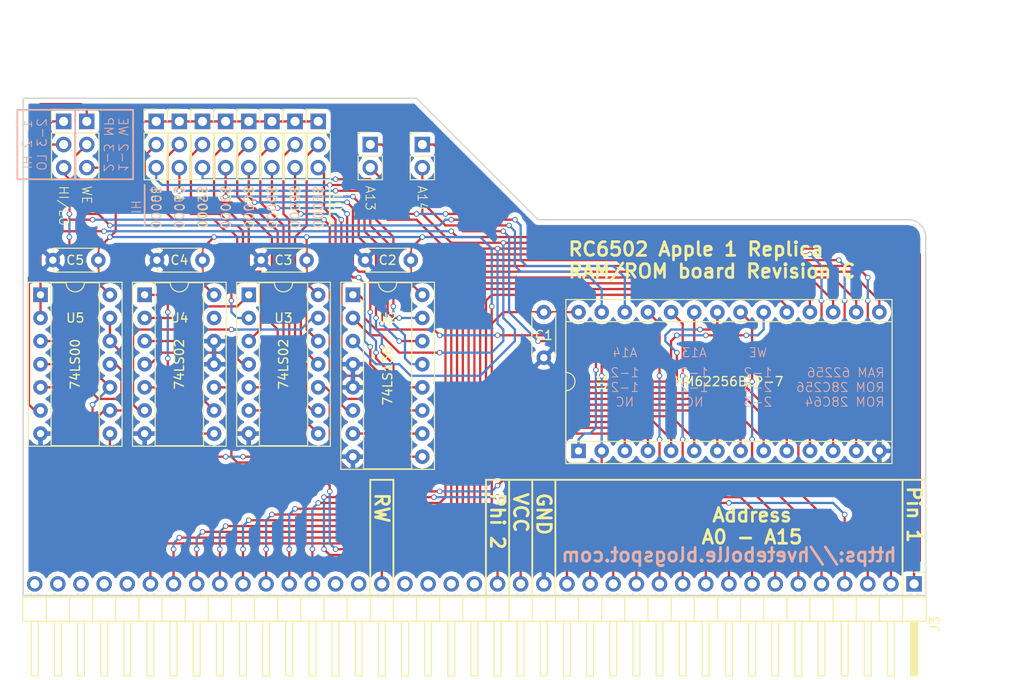
<source format=kicad_pcb>
(kicad_pcb (version 4) (host pcbnew 4.0.7)
  (layers (0 F.Cu signal) (31 B.Cu signal) (34 B.Paste user) (35 F.Paste user) (36 B.SilkS user) (37 F.SilkS user) (38 B.Mask user) (39 F.Mask user) (44 Edge.Cuts user))
  (net 0 "")
  (net 1 VCC)
  (net 2 A15)
  (net 3 A14)
  (net 4 A13)
  (net 5 A12)
  (net 6 A11)
  (net 7 A10)
  (net 8 A9)
  (net 9 A8)
  (net 10 A7)
  (net 11 A6)
  (net 12 A5)
  (net 13 A4)
  (net 14 A3)
  (net 15 A2)
  (net 16 A1)
  (net 17 A0)
  (net 18 GND)
  (net 19 D0)
  (net 20 D1)
  (net 21 D2)
  (net 22 D3)
  (net 23 D4)
  (net 24 D5)
  (net 25 D6)
  (net 26 D7)
  (net 27 PHI2)
  (net 28 R/~W)
  (net 29 "Net-(JP1-Pad1)")
  (net 30 "Net-(JP2-Pad1)")
  (net 31 "Net-(JP3-Pad2)")
  (net 32 ~CS0)
  (net 33 "Net-(JP4-Pad2)")
  (net 34 ~CS1)
  (net 35 "Net-(JP5-Pad2)")
  (net 36 ~CS2)
  (net 37 "Net-(JP6-Pad2)")
  (net 38 ~CS3)
  (net 39 "Net-(JP7-Pad2)")
  (net 40 ~CS4)
  (net 41 "Net-(JP8-Pad2)")
  (net 42 ~CS5)
  (net 43 E3)
  (net 44 "Net-(JP11-Pad1)")
  (net 45 ~WE)
  (net 46 "Net-(JP12-Pad2)")
  (net 47 ~CS6)
  (net 48 "Net-(JP13-Pad2)")
  (net 49 ~CS7)
  (net 50 ~CS)
  (net 51 ~OE)
  (net 52 "Net-(U3-Pad1)")
  (net 53 "Net-(U3-Pad10)")
  (net 54 "Net-(U3-Pad4)")
  (net 55 "Net-(U3-Pad13)")
  (net 56 "Net-(JP9-Pad3)")
  (net 57 "Net-(U4-Pad1)")
  (net 58 "Net-(U4-Pad4)")
  (net 59 "Net-(U5-Pad11)")
  (module Housings_DIP:DIP-28_W15.24mm_Socket (layer F.Cu) (at 149.86 133.985 90)
    (fp_text reference U1 (at 7.62 2.54 270) (layer F.SilkS))
    (fp_text value HM62256BLP-7 (at 7.62 16.51 180) (layer F.SilkS))
    (pad 1 thru_hole rect (at 0 0 90) (size 1.6 1.6) (drill 0.8) (layers *.Cu *.Mask) (net 30 "Net-(JP2-Pad1)"))
    (pad 15 thru_hole oval (at 15.24 33.02 90) (size 1.6 1.6) (drill 0.8) (layers *.Cu *.Mask) (net 22 D3))
    (pad 2 thru_hole oval (at 0 2.54 90) (size 1.6 1.6) (drill 0.8) (layers *.Cu *.Mask) (net 5 A12))
    (pad 16 thru_hole oval (at 15.24 30.48 90) (size 1.6 1.6) (drill 0.8) (layers *.Cu *.Mask) (net 23 D4))
    (pad 3 thru_hole oval (at 0 5.08 90) (size 1.6 1.6) (drill 0.8) (layers *.Cu *.Mask) (net 10 A7))
    (pad 17 thru_hole oval (at 15.24 27.94 90) (size 1.6 1.6) (drill 0.8) (layers *.Cu *.Mask) (net 24 D5))
    (pad 4 thru_hole oval (at 0 7.62 90) (size 1.6 1.6) (drill 0.8) (layers *.Cu *.Mask) (net 11 A6))
    (pad 18 thru_hole oval (at 15.24 25.4 90) (size 1.6 1.6) (drill 0.8) (layers *.Cu *.Mask) (net 25 D6))
    (pad 5 thru_hole oval (at 0 10.16 90) (size 1.6 1.6) (drill 0.8) (layers *.Cu *.Mask) (net 12 A5))
    (pad 19 thru_hole oval (at 15.24 22.86 90) (size 1.6 1.6) (drill 0.8) (layers *.Cu *.Mask) (net 26 D7))
    (pad 6 thru_hole oval (at 0 12.7 90) (size 1.6 1.6) (drill 0.8) (layers *.Cu *.Mask) (net 13 A4))
    (pad 20 thru_hole oval (at 15.24 20.32 90) (size 1.6 1.6) (drill 0.8) (layers *.Cu *.Mask) (net 50 ~CS))
    (pad 7 thru_hole oval (at 0 15.24 90) (size 1.6 1.6) (drill 0.8) (layers *.Cu *.Mask) (net 14 A3))
    (pad 21 thru_hole oval (at 15.24 17.78 90) (size 1.6 1.6) (drill 0.8) (layers *.Cu *.Mask) (net 7 A10))
    (pad 8 thru_hole oval (at 0 17.78 90) (size 1.6 1.6) (drill 0.8) (layers *.Cu *.Mask) (net 15 A2))
    (pad 22 thru_hole oval (at 15.24 15.24 90) (size 1.6 1.6) (drill 0.8) (layers *.Cu *.Mask) (net 51 ~OE))
    (pad 9 thru_hole oval (at 0 20.32 90) (size 1.6 1.6) (drill 0.8) (layers *.Cu *.Mask) (net 16 A1))
    (pad 23 thru_hole oval (at 15.24 12.7 90) (size 1.6 1.6) (drill 0.8) (layers *.Cu *.Mask) (net 6 A11))
    (pad 10 thru_hole oval (at 0 22.86 90) (size 1.6 1.6) (drill 0.8) (layers *.Cu *.Mask) (net 17 A0))
    (pad 24 thru_hole oval (at 15.24 10.16 90) (size 1.6 1.6) (drill 0.8) (layers *.Cu *.Mask) (net 8 A9))
    (pad 11 thru_hole oval (at 0 25.4 90) (size 1.6 1.6) (drill 0.8) (layers *.Cu *.Mask) (net 19 D0))
    (pad 25 thru_hole oval (at 15.24 7.62 90) (size 1.6 1.6) (drill 0.8) (layers *.Cu *.Mask) (net 9 A8))
    (pad 12 thru_hole oval (at 0 27.94 90) (size 1.6 1.6) (drill 0.8) (layers *.Cu *.Mask) (net 20 D1))
    (pad 26 thru_hole oval (at 15.24 5.08 90) (size 1.6 1.6) (drill 0.8) (layers *.Cu *.Mask) (net 29 "Net-(JP1-Pad1)"))
    (pad 13 thru_hole oval (at 0 30.48 90) (size 1.6 1.6) (drill 0.8) (layers *.Cu *.Mask) (net 21 D2))
    (pad 27 thru_hole oval (at 15.24 2.54 90) (size 1.6 1.6) (drill 0.8) (layers *.Cu *.Mask) (net 45 ~WE))
    (pad 14 thru_hole oval (at 0 33.02 90) (size 1.6 1.6) (drill 0.8) (layers *.Cu *.Mask) (net 18 GND))
    (pad 28 thru_hole oval (at 15.24 0 90) (size 1.6 1.6) (drill 0.8) (layers *.Cu *.Mask) (net 1 VCC))
  )
  (module Capacitors_THT:C_Disc_D4.7mm_W2.5mm_P5.00mm (layer F.Cu) (at 131.445 113.03 180)
    (fp_text reference C2 (at 2.54 0 360) (layer F.SilkS))
    (fp_text value 100nF)
    (pad 1 thru_hole circle (at 0 0 180) (size 1.6 1.6) (drill 0.8) (layers *.Cu *.Mask) (net 1 VCC))
    (pad 2 thru_hole circle (at 5 0 180) (size 1.6 1.6) (drill 0.8) (layers *.Cu *.Mask) (net 18 GND))
  )
  (module Capacitors_THT:C_Disc_D4.7mm_W2.5mm_P5.00mm (layer F.Cu) (at 120.015 113.03 180)
    (fp_text reference C3 (at 2.54 0 360) (layer F.SilkS))
    (fp_text value 100nF)
    (pad 1 thru_hole circle (at 0 0 180) (size 1.6 1.6) (drill 0.8) (layers *.Cu *.Mask) (net 1 VCC))
    (pad 2 thru_hole circle (at 5 0 180) (size 1.6 1.6) (drill 0.8) (layers *.Cu *.Mask) (net 18 GND))
  )
  (module Capacitors_THT:C_Disc_D4.7mm_W2.5mm_P5.00mm (layer F.Cu) (at 146.05 118.745 270)
    (fp_text reference C1 (at 2.54 0 360) (layer F.SilkS))
    (fp_text value 100nF)
    (pad 1 thru_hole circle (at 0 0 270) (size 1.6 1.6) (drill 0.8) (layers *.Cu *.Mask) (net 1 VCC))
    (pad 2 thru_hole circle (at 5 0 270) (size 1.6 1.6) (drill 0.8) (layers *.Cu *.Mask) (net 18 GND))
  )
  (module Capacitors_THT:C_Disc_D4.7mm_W2.5mm_P5.00mm (layer F.Cu) (at 108.585 113.03 180)
    (fp_text reference C4 (at 2.54 0 180) (layer F.SilkS))
    (fp_text value 100nF)
    (pad 1 thru_hole circle (at 0 0 180) (size 1.6 1.6) (drill 0.8) (layers *.Cu *.Mask) (net 1 VCC))
    (pad 2 thru_hole circle (at 5 0 180) (size 1.6 1.6) (drill 0.8) (layers *.Cu *.Mask) (net 18 GND))
  )
  (module Pin_Headers:Pin_Header_Angled_1x39_Pitch2.54mm (layer F.Cu) (at 186.69 148.59 270)
    (fp_text reference J3 (at 4.385 -2.27 270) (layer F.SilkS))
    (fp_text value RC6502_Backplane hide)
    (pad 1 thru_hole rect (at 0 0 270) (size 1.7 1.7) (drill 1) (layers *.Cu *.Mask) (net 2 A15))
    (pad 2 thru_hole oval (at 0 2.54 270) (size 1.7 1.7) (drill 1) (layers *.Cu *.Mask) (net 3 A14))
    (pad 3 thru_hole oval (at 0 5.08 270) (size 1.7 1.7) (drill 1) (layers *.Cu *.Mask) (net 4 A13))
    (pad 4 thru_hole oval (at 0 7.62 270) (size 1.7 1.7) (drill 1) (layers *.Cu *.Mask) (net 5 A12))
    (pad 5 thru_hole oval (at 0 10.16 270) (size 1.7 1.7) (drill 1) (layers *.Cu *.Mask) (net 6 A11))
    (pad 6 thru_hole oval (at 0 12.7 270) (size 1.7 1.7) (drill 1) (layers *.Cu *.Mask) (net 7 A10))
    (pad 7 thru_hole oval (at 0 15.24 270) (size 1.7 1.7) (drill 1) (layers *.Cu *.Mask) (net 8 A9))
    (pad 8 thru_hole oval (at 0 17.78 270) (size 1.7 1.7) (drill 1) (layers *.Cu *.Mask) (net 9 A8))
    (pad 9 thru_hole oval (at 0 20.32 270) (size 1.7 1.7) (drill 1) (layers *.Cu *.Mask) (net 10 A7))
    (pad 10 thru_hole oval (at 0 22.86 270) (size 1.7 1.7) (drill 1) (layers *.Cu *.Mask) (net 11 A6))
    (pad 11 thru_hole oval (at 0 25.4 270) (size 1.7 1.7) (drill 1) (layers *.Cu *.Mask) (net 12 A5))
    (pad 12 thru_hole oval (at 0 27.94 270) (size 1.7 1.7) (drill 1) (layers *.Cu *.Mask) (net 13 A4))
    (pad 13 thru_hole oval (at 0 30.48 270) (size 1.7 1.7) (drill 1) (layers *.Cu *.Mask) (net 14 A3))
    (pad 14 thru_hole oval (at 0 33.02 270) (size 1.7 1.7) (drill 1) (layers *.Cu *.Mask) (net 15 A2))
    (pad 15 thru_hole oval (at 0 35.56 270) (size 1.7 1.7) (drill 1) (layers *.Cu *.Mask) (net 16 A1))
    (pad 16 thru_hole oval (at 0 38.1 270) (size 1.7 1.7) (drill 1) (layers *.Cu *.Mask) (net 17 A0))
    (pad 17 thru_hole oval (at 0 40.64 270) (size 1.7 1.7) (drill 1) (layers *.Cu *.Mask) (net 18 GND))
    (pad 18 thru_hole oval (at 0 43.18 270) (size 1.7 1.7) (drill 1) (layers *.Cu *.Mask) (net 1 VCC))
    (pad 19 thru_hole oval (at 0 45.72 270) (size 1.7 1.7) (drill 1) (layers *.Cu *.Mask) (net 27 PHI2))
    (pad 20 thru_hole oval (at 0 48.26 270) (size 1.7 1.7) (drill 1) (layers *.Cu *.Mask))
    (pad 21 thru_hole oval (at 0 50.8 270) (size 1.7 1.7) (drill 1) (layers *.Cu *.Mask))
    (pad 22 thru_hole oval (at 0 53.34 270) (size 1.7 1.7) (drill 1) (layers *.Cu *.Mask))
    (pad 23 thru_hole oval (at 0 55.88 270) (size 1.7 1.7) (drill 1) (layers *.Cu *.Mask))
    (pad 24 thru_hole oval (at 0 58.42 270) (size 1.7 1.7) (drill 1) (layers *.Cu *.Mask) (net 28 R/~W))
    (pad 25 thru_hole oval (at 0 60.96 270) (size 1.7 1.7) (drill 1) (layers *.Cu *.Mask))
    (pad 26 thru_hole oval (at 0 63.5 270) (size 1.7 1.7) (drill 1) (layers *.Cu *.Mask))
    (pad 27 thru_hole oval (at 0 66.04 270) (size 1.7 1.7) (drill 1) (layers *.Cu *.Mask) (net 19 D0))
    (pad 28 thru_hole oval (at 0 68.58 270) (size 1.7 1.7) (drill 1) (layers *.Cu *.Mask) (net 20 D1))
    (pad 29 thru_hole oval (at 0 71.12 270) (size 1.7 1.7) (drill 1) (layers *.Cu *.Mask) (net 21 D2))
    (pad 30 thru_hole oval (at 0 73.66 270) (size 1.7 1.7) (drill 1) (layers *.Cu *.Mask) (net 22 D3))
    (pad 31 thru_hole oval (at 0 76.2 270) (size 1.7 1.7) (drill 1) (layers *.Cu *.Mask) (net 23 D4))
    (pad 32 thru_hole oval (at 0 78.74 270) (size 1.7 1.7) (drill 1) (layers *.Cu *.Mask) (net 24 D5))
    (pad 33 thru_hole oval (at 0 81.28 270) (size 1.7 1.7) (drill 1) (layers *.Cu *.Mask) (net 25 D6))
    (pad 34 thru_hole oval (at 0 83.82 270) (size 1.7 1.7) (drill 1) (layers *.Cu *.Mask) (net 26 D7))
    (pad 35 thru_hole oval (at 0 86.36 270) (size 1.7 1.7) (drill 1) (layers *.Cu *.Mask))
    (pad 36 thru_hole oval (at 0 88.9 270) (size 1.7 1.7) (drill 1) (layers *.Cu *.Mask))
    (pad 37 thru_hole oval (at 0 91.44 270) (size 1.7 1.7) (drill 1) (layers *.Cu *.Mask))
    (pad 38 thru_hole oval (at 0 93.98 270) (size 1.7 1.7) (drill 1) (layers *.Cu *.Mask))
    (pad 39 thru_hole oval (at 0 96.52 270) (size 1.7 1.7) (drill 1) (layers *.Cu *.Mask))
  )
  (module Pin_Headers:Pin_Header_Straight_1x02_Pitch2.54mm (layer F.Cu) (at 127 100.33)
    (fp_text reference JP1 hide)
    (fp_text value A13_EN)
    (pad 1 thru_hole rect (at 0 0) (size 1.7 1.7) (drill 1) (layers *.Cu *.Mask) (net 29 "Net-(JP1-Pad1)"))
    (pad 2 thru_hole oval (at 0 2.54) (size 1.7 1.7) (drill 1) (layers *.Cu *.Mask) (net 4 A13))
  )
  (module Pin_Headers:Pin_Header_Straight_1x02_Pitch2.54mm (layer F.Cu) (at 132.715 100.33)
    (fp_text reference JP2 hide)
    (fp_text value A14_EN)
    (pad 1 thru_hole rect (at 0 0) (size 1.7 1.7) (drill 1) (layers *.Cu *.Mask) (net 30 "Net-(JP2-Pad1)"))
    (pad 2 thru_hole oval (at 0 2.54) (size 1.7 1.7) (drill 1) (layers *.Cu *.Mask) (net 3 A14))
  )
  (module Pin_Headers:Pin_Header_Straight_1x03_Pitch2.54mm (layer F.Cu) (at 103.505 97.79)
    (fp_text reference JP3 hide)
    (fp_text value CS0_EN)
    (pad 1 thru_hole rect (at 0 0) (size 1.7 1.7) (drill 1) (layers *.Cu *.Mask) (net 1 VCC))
    (pad 2 thru_hole oval (at 0 2.54) (size 1.7 1.7) (drill 1) (layers *.Cu *.Mask) (net 31 "Net-(JP3-Pad2)"))
    (pad 3 thru_hole oval (at 0 5.08) (size 1.7 1.7) (drill 1) (layers *.Cu *.Mask) (net 32 ~CS0))
  )
  (module Pin_Headers:Pin_Header_Straight_1x03_Pitch2.54mm (layer F.Cu) (at 106.045 97.79)
    (fp_text reference JP4 hide)
    (fp_text value CS1_EN)
    (pad 1 thru_hole rect (at 0 0) (size 1.7 1.7) (drill 1) (layers *.Cu *.Mask) (net 1 VCC))
    (pad 2 thru_hole oval (at 0 2.54) (size 1.7 1.7) (drill 1) (layers *.Cu *.Mask) (net 33 "Net-(JP4-Pad2)"))
    (pad 3 thru_hole oval (at 0 5.08) (size 1.7 1.7) (drill 1) (layers *.Cu *.Mask) (net 34 ~CS1))
  )
  (module Pin_Headers:Pin_Header_Straight_1x03_Pitch2.54mm (layer F.Cu) (at 108.585 97.79)
    (fp_text reference JP5 hide)
    (fp_text value CS2_EN)
    (pad 1 thru_hole rect (at 0 0) (size 1.7 1.7) (drill 1) (layers *.Cu *.Mask) (net 1 VCC))
    (pad 2 thru_hole oval (at 0 2.54) (size 1.7 1.7) (drill 1) (layers *.Cu *.Mask) (net 35 "Net-(JP5-Pad2)"))
    (pad 3 thru_hole oval (at 0 5.08) (size 1.7 1.7) (drill 1) (layers *.Cu *.Mask) (net 36 ~CS2))
  )
  (module Pin_Headers:Pin_Header_Straight_1x03_Pitch2.54mm (layer F.Cu) (at 111.125 97.79)
    (fp_text reference JP6 hide)
    (fp_text value CS3_EN)
    (pad 1 thru_hole rect (at 0 0) (size 1.7 1.7) (drill 1) (layers *.Cu *.Mask) (net 1 VCC))
    (pad 2 thru_hole oval (at 0 2.54) (size 1.7 1.7) (drill 1) (layers *.Cu *.Mask) (net 37 "Net-(JP6-Pad2)"))
    (pad 3 thru_hole oval (at 0 5.08) (size 1.7 1.7) (drill 1) (layers *.Cu *.Mask) (net 38 ~CS3))
  )
  (module Pin_Headers:Pin_Header_Straight_1x03_Pitch2.54mm (layer F.Cu) (at 113.665 97.79)
    (fp_text reference JP7 hide)
    (fp_text value CS4_EN)
    (pad 1 thru_hole rect (at 0 0) (size 1.7 1.7) (drill 1) (layers *.Cu *.Mask) (net 1 VCC))
    (pad 2 thru_hole oval (at 0 2.54) (size 1.7 1.7) (drill 1) (layers *.Cu *.Mask) (net 39 "Net-(JP7-Pad2)"))
    (pad 3 thru_hole oval (at 0 5.08) (size 1.7 1.7) (drill 1) (layers *.Cu *.Mask) (net 40 ~CS4))
  )
  (module Pin_Headers:Pin_Header_Straight_1x03_Pitch2.54mm (layer F.Cu) (at 116.205 97.79)
    (fp_text reference JP8 hide)
    (fp_text value CS5_EN)
    (pad 1 thru_hole rect (at 0 0) (size 1.7 1.7) (drill 1) (layers *.Cu *.Mask) (net 1 VCC))
    (pad 2 thru_hole oval (at 0 2.54) (size 1.7 1.7) (drill 1) (layers *.Cu *.Mask) (net 41 "Net-(JP8-Pad2)"))
    (pad 3 thru_hole oval (at 0 5.08) (size 1.7 1.7) (drill 1) (layers *.Cu *.Mask) (net 42 ~CS5))
  )
  (module Pin_Headers:Pin_Header_Straight_1x03_Pitch2.54mm (layer F.Cu) (at 95.885 97.79)
    (fp_text reference JP11 hide)
    (fp_text value MEM_WE)
    (pad 1 thru_hole rect (at 0 0) (size 1.7 1.7) (drill 1) (layers *.Cu *.Mask) (net 44 "Net-(JP11-Pad1)"))
    (pad 2 thru_hole oval (at 0 2.54) (size 1.7 1.7) (drill 1) (layers *.Cu *.Mask) (net 45 ~WE))
    (pad 3 thru_hole oval (at 0 5.08) (size 1.7 1.7) (drill 1) (layers *.Cu *.Mask) (net 1 VCC))
  )
  (module Pin_Headers:Pin_Header_Straight_1x03_Pitch2.54mm (layer F.Cu) (at 118.745 97.79)
    (fp_text reference JP12 hide)
    (fp_text value CS6_EN)
    (pad 1 thru_hole rect (at 0 0) (size 1.7 1.7) (drill 1) (layers *.Cu *.Mask) (net 1 VCC))
    (pad 2 thru_hole oval (at 0 2.54) (size 1.7 1.7) (drill 1) (layers *.Cu *.Mask) (net 46 "Net-(JP12-Pad2)"))
    (pad 3 thru_hole oval (at 0 5.08) (size 1.7 1.7) (drill 1) (layers *.Cu *.Mask) (net 47 ~CS6))
  )
  (module Pin_Headers:Pin_Header_Straight_1x03_Pitch2.54mm (layer F.Cu) (at 121.285 97.79)
    (fp_text reference JP13 hide)
    (fp_text value CS7_EN)
    (pad 1 thru_hole rect (at 0 0) (size 1.7 1.7) (drill 1) (layers *.Cu *.Mask) (net 1 VCC))
    (pad 2 thru_hole oval (at 0 2.54) (size 1.7 1.7) (drill 1) (layers *.Cu *.Mask) (net 48 "Net-(JP13-Pad2)"))
    (pad 3 thru_hole oval (at 0 5.08) (size 1.7 1.7) (drill 1) (layers *.Cu *.Mask) (net 49 ~CS7))
  )
  (module Housings_DIP:DIP-16_W7.62mm_Socket (layer F.Cu) (at 125.095 116.84)
    (fp_text reference U2 (at 3.81 2.54) (layer F.SilkS))
    (fp_text value 74LS138 (at 3.81 8.89 90) (layer F.SilkS))
    (pad 1 thru_hole rect (at 0 0) (size 1.6 1.6) (drill 0.8) (layers *.Cu *.Mask) (net 5 A12))
    (pad 9 thru_hole oval (at 7.62 17.78) (size 1.6 1.6) (drill 0.8) (layers *.Cu *.Mask) (net 47 ~CS6))
    (pad 2 thru_hole oval (at 0 2.54) (size 1.6 1.6) (drill 0.8) (layers *.Cu *.Mask) (net 4 A13))
    (pad 10 thru_hole oval (at 7.62 15.24) (size 1.6 1.6) (drill 0.8) (layers *.Cu *.Mask) (net 42 ~CS5))
    (pad 3 thru_hole oval (at 0 5.08) (size 1.6 1.6) (drill 0.8) (layers *.Cu *.Mask) (net 3 A14))
    (pad 11 thru_hole oval (at 7.62 12.7) (size 1.6 1.6) (drill 0.8) (layers *.Cu *.Mask) (net 40 ~CS4))
    (pad 4 thru_hole oval (at 0 7.62) (size 1.6 1.6) (drill 0.8) (layers *.Cu *.Mask) (net 18 GND))
    (pad 12 thru_hole oval (at 7.62 10.16) (size 1.6 1.6) (drill 0.8) (layers *.Cu *.Mask) (net 38 ~CS3))
    (pad 5 thru_hole oval (at 0 10.16) (size 1.6 1.6) (drill 0.8) (layers *.Cu *.Mask) (net 18 GND))
    (pad 13 thru_hole oval (at 7.62 7.62) (size 1.6 1.6) (drill 0.8) (layers *.Cu *.Mask) (net 36 ~CS2))
    (pad 6 thru_hole oval (at 0 12.7) (size 1.6 1.6) (drill 0.8) (layers *.Cu *.Mask) (net 43 E3))
    (pad 14 thru_hole oval (at 7.62 5.08) (size 1.6 1.6) (drill 0.8) (layers *.Cu *.Mask) (net 34 ~CS1))
    (pad 7 thru_hole oval (at 0 15.24) (size 1.6 1.6) (drill 0.8) (layers *.Cu *.Mask) (net 49 ~CS7))
    (pad 15 thru_hole oval (at 7.62 2.54) (size 1.6 1.6) (drill 0.8) (layers *.Cu *.Mask) (net 32 ~CS0))
    (pad 8 thru_hole oval (at 0 17.78) (size 1.6 1.6) (drill 0.8) (layers *.Cu *.Mask) (net 18 GND))
    (pad 16 thru_hole oval (at 7.62 0) (size 1.6 1.6) (drill 0.8) (layers *.Cu *.Mask) (net 1 VCC))
  )
  (module Housings_DIP:DIP-14_W7.62mm_Socket (layer F.Cu) (at 113.665 116.84)
    (fp_text reference U3 (at 3.81 2.54) (layer F.SilkS))
    (fp_text value 74LS02 (at 3.81 7.62 90) (layer F.SilkS))
    (pad 1 thru_hole rect (at 0 0) (size 1.6 1.6) (drill 0.8) (layers *.Cu *.Mask) (net 52 "Net-(U3-Pad1)"))
    (pad 8 thru_hole oval (at 7.62 15.24) (size 1.6 1.6) (drill 0.8) (layers *.Cu *.Mask) (net 39 "Net-(JP7-Pad2)"))
    (pad 2 thru_hole oval (at 0 2.54) (size 1.6 1.6) (drill 0.8) (layers *.Cu *.Mask) (net 31 "Net-(JP3-Pad2)"))
    (pad 9 thru_hole oval (at 7.62 12.7) (size 1.6 1.6) (drill 0.8) (layers *.Cu *.Mask) (net 41 "Net-(JP8-Pad2)"))
    (pad 3 thru_hole oval (at 0 5.08) (size 1.6 1.6) (drill 0.8) (layers *.Cu *.Mask) (net 33 "Net-(JP4-Pad2)"))
    (pad 10 thru_hole oval (at 7.62 10.16) (size 1.6 1.6) (drill 0.8) (layers *.Cu *.Mask) (net 53 "Net-(U3-Pad10)"))
    (pad 4 thru_hole oval (at 0 7.62) (size 1.6 1.6) (drill 0.8) (layers *.Cu *.Mask) (net 54 "Net-(U3-Pad4)"))
    (pad 11 thru_hole oval (at 7.62 7.62) (size 1.6 1.6) (drill 0.8) (layers *.Cu *.Mask) (net 46 "Net-(JP12-Pad2)"))
    (pad 5 thru_hole oval (at 0 10.16) (size 1.6 1.6) (drill 0.8) (layers *.Cu *.Mask) (net 35 "Net-(JP5-Pad2)"))
    (pad 12 thru_hole oval (at 7.62 5.08) (size 1.6 1.6) (drill 0.8) (layers *.Cu *.Mask) (net 48 "Net-(JP13-Pad2)"))
    (pad 6 thru_hole oval (at 0 12.7) (size 1.6 1.6) (drill 0.8) (layers *.Cu *.Mask) (net 37 "Net-(JP6-Pad2)"))
    (pad 13 thru_hole oval (at 7.62 2.54) (size 1.6 1.6) (drill 0.8) (layers *.Cu *.Mask) (net 55 "Net-(U3-Pad13)"))
    (pad 7 thru_hole oval (at 0 15.24) (size 1.6 1.6) (drill 0.8) (layers *.Cu *.Mask) (net 18 GND))
    (pad 14 thru_hole oval (at 7.62 0) (size 1.6 1.6) (drill 0.8) (layers *.Cu *.Mask) (net 1 VCC))
  )
  (module Housings_DIP:DIP-14_W7.62mm_Socket (layer F.Cu) (at 102.235 116.84)
    (fp_text reference U4 (at 3.81 2.54) (layer F.SilkS))
    (fp_text value 74LS02 (at 3.81 7.62 90) (layer F.SilkS))
    (pad 1 thru_hole rect (at 0 0) (size 1.6 1.6) (drill 0.8) (layers *.Cu *.Mask) (net 57 "Net-(U4-Pad1)"))
    (pad 8 thru_hole oval (at 7.62 15.24) (size 1.6 1.6) (drill 0.8) (layers *.Cu *.Mask) (net 57 "Net-(U4-Pad1)"))
    (pad 2 thru_hole oval (at 0 2.54) (size 1.6 1.6) (drill 0.8) (layers *.Cu *.Mask) (net 52 "Net-(U3-Pad1)"))
    (pad 9 thru_hole oval (at 7.62 12.7) (size 1.6 1.6) (drill 0.8) (layers *.Cu *.Mask) (net 58 "Net-(U4-Pad4)"))
    (pad 3 thru_hole oval (at 0 5.08) (size 1.6 1.6) (drill 0.8) (layers *.Cu *.Mask) (net 54 "Net-(U3-Pad4)"))
    (pad 10 thru_hole oval (at 7.62 10.16) (size 1.6 1.6) (drill 0.8) (layers *.Cu *.Mask) (net 50 ~CS))
    (pad 4 thru_hole oval (at 0 7.62) (size 1.6 1.6) (drill 0.8) (layers *.Cu *.Mask) (net 58 "Net-(U4-Pad4)"))
    (pad 11 thru_hole oval (at 7.62 7.62) (size 1.6 1.6) (drill 0.8) (layers *.Cu *.Mask) (net 18 GND))
    (pad 5 thru_hole oval (at 0 10.16) (size 1.6 1.6) (drill 0.8) (layers *.Cu *.Mask) (net 53 "Net-(U3-Pad10)"))
    (pad 12 thru_hole oval (at 7.62 5.08) (size 1.6 1.6) (drill 0.8) (layers *.Cu *.Mask) (net 18 GND))
    (pad 6 thru_hole oval (at 0 12.7) (size 1.6 1.6) (drill 0.8) (layers *.Cu *.Mask) (net 55 "Net-(U3-Pad13)"))
    (pad 13 thru_hole oval (at 7.62 2.54) (size 1.6 1.6) (drill 0.8) (layers *.Cu *.Mask))
    (pad 7 thru_hole oval (at 0 15.24) (size 1.6 1.6) (drill 0.8) (layers *.Cu *.Mask) (net 18 GND))
    (pad 14 thru_hole oval (at 7.62 0) (size 1.6 1.6) (drill 0.8) (layers *.Cu *.Mask) (net 1 VCC))
  )
  (module Housings_DIP:DIP-14_W7.62mm_Socket (layer F.Cu) (at 90.805 116.84)
    (fp_text reference U5 (at 3.81 2.54) (layer F.SilkS))
    (fp_text value 74LS00 (at 3.81 7.62 90) (layer F.SilkS))
    (pad 1 thru_hole rect (at 0 0) (size 1.6 1.6) (drill 0.8) (layers *.Cu *.Mask) (net 2 A15))
    (pad 8 thru_hole oval (at 7.62 15.24) (size 1.6 1.6) (drill 0.8) (layers *.Cu *.Mask) (net 51 ~OE))
    (pad 2 thru_hole oval (at 0 2.54) (size 1.6 1.6) (drill 0.8) (layers *.Cu *.Mask) (net 2 A15))
    (pad 9 thru_hole oval (at 7.62 12.7) (size 1.6 1.6) (drill 0.8) (layers *.Cu *.Mask) (net 28 R/~W))
    (pad 3 thru_hole oval (at 0 5.08) (size 1.6 1.6) (drill 0.8) (layers *.Cu *.Mask) (net 56 "Net-(JP9-Pad3)"))
    (pad 10 thru_hole oval (at 7.62 10.16) (size 1.6 1.6) (drill 0.8) (layers *.Cu *.Mask) (net 27 PHI2))
    (pad 4 thru_hole oval (at 0 7.62) (size 1.6 1.6) (drill 0.8) (layers *.Cu *.Mask) (net 27 PHI2))
    (pad 11 thru_hole oval (at 7.62 7.62) (size 1.6 1.6) (drill 0.8) (layers *.Cu *.Mask) (net 59 "Net-(U5-Pad11)"))
    (pad 5 thru_hole oval (at 0 10.16) (size 1.6 1.6) (drill 0.8) (layers *.Cu *.Mask) (net 59 "Net-(U5-Pad11)"))
    (pad 12 thru_hole oval (at 7.62 5.08) (size 1.6 1.6) (drill 0.8) (layers *.Cu *.Mask) (net 28 R/~W))
    (pad 6 thru_hole oval (at 0 12.7) (size 1.6 1.6) (drill 0.8) (layers *.Cu *.Mask) (net 44 "Net-(JP11-Pad1)"))
    (pad 13 thru_hole oval (at 7.62 2.54) (size 1.6 1.6) (drill 0.8) (layers *.Cu *.Mask) (net 28 R/~W))
    (pad 7 thru_hole oval (at 0 15.24) (size 1.6 1.6) (drill 0.8) (layers *.Cu *.Mask) (net 18 GND))
    (pad 14 thru_hole oval (at 7.62 0) (size 1.6 1.6) (drill 0.8) (layers *.Cu *.Mask) (net 1 VCC))
  )
  (module Capacitors_THT:C_Disc_D4.7mm_W2.5mm_P5.00mm (layer F.Cu) (at 97.155 113.03 180)
    (fp_text reference C5 (at 2.54 0 180) (layer F.SilkS))
    (fp_text value 100nF)
    (pad 1 thru_hole circle (at 0 0 180) (size 1.6 1.6) (drill 0.8) (layers *.Cu *.Mask) (net 1 VCC))
    (pad 2 thru_hole circle (at 5 0 180) (size 1.6 1.6) (drill 0.8) (layers *.Cu *.Mask) (net 18 GND))
  )
  (module Pin_Headers:Pin_Header_Straight_1x03_Pitch2.54mm (layer F.Cu) (at 93.345 97.79)
    (fp_text reference JP9 hide)
    (fp_text value LO/HI)
    (pad 1 thru_hole rect (at 0 0) (size 1.7 1.7) (drill 1) (layers *.Cu *.Mask) (net 2 A15))
    (pad 2 thru_hole oval (at 0 2.54) (size 1.7 1.7) (drill 1) (layers *.Cu *.Mask) (net 43 E3))
    (pad 3 thru_hole oval (at 0 5.08) (size 1.7 1.7) (drill 1) (layers *.Cu *.Mask) (net 56 "Net-(JP9-Pad3)"))
  )
  (gr_line (start 132.08 95.25) (end 88.9 95.25) (angle 90) (layer Edge.Cuts) (width 0.15))
  (gr_line (start 88.9 149.86) (end 88.9 95.25) (angle 90) (layer Edge.Cuts) (width 0.15))
  (gr_text https://hvetebolle.blogspot.com (at 166.37 145.415) (layer B.SilkS) (effects (font (size 1.5 1.5) (thickness 0.3)) (justify mirror)))
  (gr_text "1-2\n1-2\nNC\n" (at 154.94 127) (layer B.SilkS) (effects (font (size 1 1) (thickness 0.1)) (justify mirror)))
  (gr_text "1-2\n1-2\nNC\n" (at 162.56 127) (layer B.SilkS) (effects (font (size 1 1) (thickness 0.1)) (justify mirror)))
  (gr_text A14 (at 154.94 123.19) (layer B.SilkS) (effects (font (size 1 1) (thickness 0.1)) (justify mirror)))
  (gr_text A13 (at 162.56 123.19) (layer B.SilkS) (effects (font (size 1 1) (thickness 0.1)) (justify mirror)))
  (gr_text "1-2\n2-3\n2-3" (at 169.545 127) (layer B.SilkS) (effects (font (size 1 1) (thickness 0.1)) (justify mirror)))
  (gr_text WE (at 169.545 123.19) (layer B.SilkS) (effects (font (size 1 1) (thickness 0.1)) (justify mirror)))
  (gr_text "RAM 62256\nROM 28C256\nROM 28C64" (at 183.515 127) (layer B.SilkS) (effects (font (size 1 1) (thickness 0.1)) (justify left mirror)))
  (gr_line (start 88.265 96.52) (end 94.615 96.52) (angle 90) (layer B.SilkS) (width 0.2))
  (gr_line (start 88.265 104.14) (end 88.265 96.52) (angle 90) (layer B.SilkS) (width 0.2))
  (gr_line (start 94.615 104.14) (end 88.265 104.14) (angle 90) (layer B.SilkS) (width 0.2))
  (gr_line (start 94.615 96.52) (end 94.615 104.14) (angle 90) (layer B.SilkS) (width 0.2))
  (gr_line (start 100.965 96.52) (end 94.615 96.52) (angle 90) (layer B.SilkS) (width 0.2))
  (gr_line (start 100.965 104.14) (end 100.965 96.52) (angle 90) (layer B.SilkS) (width 0.2))
  (gr_line (start 93.98 104.14) (end 100.965 104.14) (angle 90) (layer B.SilkS) (width 0.2))
  (gr_text "1-2 HI\n2-3 LO" (at 90.17 100.33 90) (layer B.SilkS) (effects (font (size 1 1) (thickness 0.1)) (justify mirror)))
  (gr_text "1-2 WE\n2-3 MP" (at 99.06 100.33 270) (layer B.SilkS) (effects (font (size 1 1) (thickness 0.1)) (justify mirror)))
  (gr_text LO (at 123.444 106.68 270) (layer F.SilkS) (effects (font (size 1 1) (thickness 0.1))))
  (gr_line (start 122.555 104.775) (end 122.555 109.22) (angle 90) (layer F.SilkS) (width 0.2))
  (gr_text HI (at 101.346 107.188 90) (layer B.SilkS) (effects (font (size 1 1) (thickness 0.1)) (justify mirror)))
  (gr_line (start 102.235 104.775) (end 102.235 109.22) (angle 90) (layer B.SilkS) (width 0.2))
  (gr_text $F000 (at 121.285 104.775 90) (layer B.SilkS) (effects (font (size 1 1) (thickness 0.1)) (justify left mirror)))
  (gr_text $E000 (at 118.745 104.775 90) (layer B.SilkS) (effects (font (size 1 1) (thickness 0.1)) (justify left mirror)))
  (gr_text $D000 (at 116.205 104.775 90) (layer B.SilkS) (effects (font (size 1 1) (thickness 0.1)) (justify left mirror)))
  (gr_text $C000 (at 113.665 104.775 90) (layer B.SilkS) (effects (font (size 1 1) (thickness 0.1)) (justify left mirror)))
  (gr_text $B000 (at 111.125 104.775 90) (layer B.SilkS) (effects (font (size 1 1) (thickness 0.1)) (justify left mirror)))
  (gr_text $A000 (at 108.585 104.775 90) (layer B.SilkS) (effects (font (size 1 1) (thickness 0.1)) (justify left mirror)))
  (gr_text $9000 (at 106.045 104.775 90) (layer B.SilkS) (effects (font (size 1 1) (thickness 0.1)) (justify left mirror)))
  (gr_text $8000 (at 103.505 104.775 90) (layer B.SilkS) (effects (font (size 1 1) (thickness 0.1)) (justify left mirror)))
  (gr_text $7000 (at 121.285 104.775 270) (layer F.SilkS) (effects (font (size 1 1) (thickness 0.1)) (justify left)))
  (gr_text $6000 (at 118.745 104.775 270) (layer F.SilkS) (effects (font (size 1 1) (thickness 0.1)) (justify left)))
  (gr_text $5000 (at 116.205 104.775 270) (layer F.SilkS) (effects (font (size 1 1) (thickness 0.1)) (justify left)))
  (gr_text $4000 (at 113.665 104.775 270) (layer F.SilkS) (effects (font (size 1 1) (thickness 0.1)) (justify left)))
  (gr_text $3000 (at 111.125 104.775 270) (layer F.SilkS) (effects (font (size 1 1) (thickness 0.1)) (justify left)))
  (gr_text $2000 (at 108.585 104.775 270) (layer F.SilkS) (effects (font (size 1 1) (thickness 0.1)) (justify left)))
  (gr_text $1000 (at 106.045 104.775 270) (layer F.SilkS) (effects (font (size 1 1) (thickness 0.1)) (justify left)))
  (gr_text $0000 (at 103.505 104.775 270) (layer F.SilkS) (effects (font (size 1 1) (thickness 0.1)) (justify left)))
  (gr_text A14 (at 132.715 104.775 270) (layer F.SilkS) (effects (font (size 1 1) (thickness 0.1)) (justify left)))
  (gr_text WE (at 95.885 104.775 270) (layer F.SilkS) (effects (font (size 1 1) (thickness 0.1)) (justify left)))
  (gr_text HI/LO (at 93.345 104.775 270) (layer F.SilkS) (effects (font (size 1 1) (thickness 0.1)) (justify left)))
  (gr_text A13 (at 127 104.775 270) (layer F.SilkS) (effects (font (size 1 1) (thickness 0.1)) (justify left)))
  (gr_line (start 145.415 108.585) (end 185.42 108.585) (angle 90) (layer Edge.Cuts) (width 0.15))
  (gr_line (start 132.08 95.25) (end 145.415 108.585) (angle 90) (layer Edge.Cuts) (width 0.15))
  (gr_line (start 187.96 110.49) (end 187.96 111.125) (angle 90) (layer Edge.Cuts) (width 0.15))
  (gr_line (start 186.055 108.585) (end 185.42 108.585) (angle 90) (layer Edge.Cuts) (width 0.15))
  (gr_arc (start 186.055 110.49) (end 186.055 108.585) (angle 90) (layer Edge.Cuts) (width 0.15))
  (gr_line (start 127 137.16) (end 129.54 137.16) (angle 90) (layer F.SilkS) (width 0.2))
  (gr_line (start 127 149.86) (end 127 137.16) (angle 90) (layer F.SilkS) (width 0.2))
  (gr_line (start 129.54 137.16) (end 129.54 149.86) (angle 90) (layer F.SilkS) (width 0.2))
  (gr_text RW (at 128.27 138.43 270) (layer F.SilkS) (effects (font (size 1.5 1.5) (thickness 0.3)) (justify left)))
  (gr_line (start 187.96 149.86) (end 187.96 111.125) (angle 90) (layer Edge.Cuts) (width 0.15))
  (gr_line (start 185.42 137.16) (end 185.42 149.86) (angle 90) (layer F.SilkS) (width 0.2))
  (gr_line (start 139.7 137.16) (end 139.7 149.86) (angle 90) (layer F.SilkS) (width 0.2))
  (gr_line (start 142.24 137.16) (end 139.7 137.16) (angle 90) (layer F.SilkS) (width 0.2))
  (gr_text "Phi 2" (at 140.97 138.43 270) (layer F.SilkS) (effects (font (size 1.5 1.5) (thickness 0.3)) (justify left)))
  (gr_text "Address\nA0 - A15" (at 168.91 142.24) (layer F.SilkS) (effects (font (size 1.5 1.5) (thickness 0.3))))
  (gr_text GND (at 146.05 138.43 270) (layer F.SilkS) (effects (font (size 1.5 1.5) (thickness 0.3)) (justify left)))
  (gr_text VCC (at 143.51 138.43 270) (layer F.SilkS) (effects (font (size 1.5 1.5) (thickness 0.3)) (justify left)))
  (gr_line (start 147.32 137.16) (end 185.42 137.16) (angle 90) (layer F.SilkS) (width 0.2))
  (gr_line (start 147.32 137.16) (end 144.78 137.16) (angle 90) (layer F.SilkS) (width 0.2))
  (gr_line (start 147.32 149.86) (end 147.32 137.16) (angle 90) (layer F.SilkS) (width 0.2))
  (gr_line (start 144.78 137.16) (end 144.78 149.86) (angle 90) (layer F.SilkS) (width 0.2))
  (gr_line (start 142.24 137.16) (end 144.78 137.16) (angle 90) (layer F.SilkS) (width 0.2))
  (gr_line (start 142.24 149.86) (end 142.24 137.16) (angle 90) (layer F.SilkS) (width 0.2))
  (gr_line (start 88.9 149.86) (end 187.96 149.86) (angle 90) (layer Edge.Cuts) (width 0.15))
  (gr_text "RC6502 Apple 1 Replica\nRAM/ROM board Revision C" (at 148.59 113.03) (layer F.SilkS) (effects (font (size 1.5 1.5) (thickness 0.3)) (justify left)))
  (gr_text "Pin 1" (at 186.69 140.97 270) (layer F.SilkS) (effects (font (size 1.5 1.5) (thickness 0.3))))
  (gr_line (start 187.96 137.16) (end 187.96 149.86) (angle 90) (layer F.SilkS) (width 0.2))
  (gr_line (start 185.42 137.16) (end 187.96 137.16) (angle 90) (layer F.SilkS) (width 0.2))
  (segment (start 97.79 102.87) (end 99.06 104.14) (width 0.25) (layer F.Cu) (net 1))
  (segment (start 99.06 104.14) (end 99.06 103.505) (width 0.25) (layer F.Cu) (net 1))
  (segment (start 99.06 102.87) (end 99.06 103.505) (width 0.25) (layer F.Cu) (net 1))
  (segment (start 99.06 103.505) (end 99.06 109.855) (width 0.25) (layer F.Cu) (net 1))
  (segment (start 99.06 109.855) (end 98.425 110.49) (width 0.25) (layer F.Cu) (net 1))
  (segment (start 140.335 118.11) (end 140.335 111.76) (width 0.25) (layer B.Cu) (net 1))
  (segment (start 139.065 110.49) (end 132.715 110.49) (width 0.25) (layer B.Cu) (net 1))
  (segment (start 140.335 111.76) (end 139.065 110.49) (width 0.25) (layer B.Cu) (net 1))
  (via (at 140.335 118.11) (size 0.6) (drill 0.4) (layers F.Cu B.Cu) (net 1))
  (segment (start 140.335 120.015) (end 140.335 118.11) (width 0.25) (layer F.Cu) (net 1))
  (segment (start 95.885 102.87) (end 97.79 102.87) (width 0.25) (layer F.Cu) (net 1))
  (segment (start 99.06 102.87) (end 100.33 101.6) (width 0.25) (layer F.Cu) (net 1))
  (segment (start 100.33 101.6) (end 100.33 99.06) (width 0.25) (layer F.Cu) (net 1))
  (segment (start 100.33 99.06) (end 101.6 97.79) (width 0.25) (layer F.Cu) (net 1))
  (segment (start 101.6 97.79) (end 103.505 97.79) (width 0.25) (layer F.Cu) (net 1))
  (segment (start 118.745 97.79) (end 121.285 97.79) (width 0.25) (layer F.Cu) (net 1))
  (segment (start 116.205 97.79) (end 118.745 97.79) (width 0.25) (layer F.Cu) (net 1))
  (segment (start 113.665 97.79) (end 116.205 97.79) (width 0.25) (layer F.Cu) (net 1))
  (segment (start 111.125 97.79) (end 113.665 97.79) (width 0.25) (layer F.Cu) (net 1))
  (segment (start 108.585 97.79) (end 111.125 97.79) (width 0.25) (layer F.Cu) (net 1))
  (segment (start 106.045 97.79) (end 108.585 97.79) (width 0.25) (layer F.Cu) (net 1))
  (segment (start 103.505 97.79) (end 106.045 97.79) (width 0.25) (layer F.Cu) (net 1))
  (segment (start 120.015 110.49) (end 132.715 110.49) (width 0.25) (layer B.Cu) (net 1))
  (via (at 132.715 110.49) (size 0.6) (drill 0.4) (layers F.Cu B.Cu) (net 1))
  (segment (start 131.445 111.76) (end 131.445 113.03) (width 0.25) (layer F.Cu) (net 1))
  (segment (start 131.445 111.76) (end 132.715 110.49) (width 0.25) (layer F.Cu) (net 1))
  (segment (start 109.855 110.49) (end 120.015 110.49) (width 0.25) (layer B.Cu) (net 1))
  (segment (start 120.015 111.76) (end 120.015 110.49) (width 0.25) (layer F.Cu) (net 1))
  (via (at 120.015 110.49) (size 0.6) (drill 0.4) (layers F.Cu B.Cu) (net 1))
  (segment (start 120.015 111.76) (end 120.015 113.03) (width 0.25) (layer F.Cu) (net 1))
  (segment (start 98.425 110.49) (end 109.855 110.49) (width 0.25) (layer B.Cu) (net 1))
  (via (at 98.425 110.49) (size 0.6) (drill 0.4) (layers F.Cu B.Cu) (net 1))
  (segment (start 97.155 111.76) (end 98.425 110.49) (width 0.25) (layer F.Cu) (net 1))
  (segment (start 97.155 113.03) (end 97.155 111.76) (width 0.25) (layer F.Cu) (net 1))
  (segment (start 108.585 111.76) (end 109.855 110.49) (width 0.25) (layer F.Cu) (net 1))
  (via (at 109.855 110.49) (size 0.6) (drill 0.4) (layers F.Cu B.Cu) (net 1))
  (segment (start 108.585 111.76) (end 108.585 113.03) (width 0.25) (layer F.Cu) (net 1))
  (segment (start 131.445 113.03) (end 131.445 115.57) (width 0.25) (layer F.Cu) (net 1))
  (segment (start 131.445 115.57) (end 132.715 116.84) (width 0.25) (layer F.Cu) (net 1))
  (segment (start 120.015 113.03) (end 120.015 115.57) (width 0.25) (layer F.Cu) (net 1))
  (segment (start 120.015 115.57) (end 121.285 116.84) (width 0.25) (layer F.Cu) (net 1))
  (segment (start 108.585 113.03) (end 108.585 115.57) (width 0.25) (layer F.Cu) (net 1))
  (segment (start 108.585 115.57) (end 109.855 116.84) (width 0.25) (layer F.Cu) (net 1))
  (segment (start 97.155 113.03) (end 97.155 115.57) (width 0.25) (layer F.Cu) (net 1))
  (segment (start 97.155 115.57) (end 98.425 116.84) (width 0.25) (layer F.Cu) (net 1))
  (segment (start 145.415 118.745) (end 149.86 118.745) (width 0.25) (layer F.Cu) (net 1))
  (segment (start 143.51 148.59) (end 143.51 146.05) (width 0.25) (layer F.Cu) (net 1))
  (segment (start 143.51 146.05) (end 140.335 142.875) (width 0.25) (layer F.Cu) (net 1))
  (segment (start 140.335 142.875) (end 140.335 120.015) (width 0.25) (layer F.Cu) (net 1))
  (segment (start 141.605 118.745) (end 145.415 118.745) (width 0.25) (layer F.Cu) (net 1))
  (segment (start 140.335 120.015) (end 141.605 118.745) (width 0.25) (layer F.Cu) (net 1))
  (segment (start 90.805 110.49) (end 90.805 99.06) (width 0.25) (layer F.Cu) (net 2))
  (segment (start 92.075 97.79) (end 93.345 97.79) (width 0.25) (layer F.Cu) (net 2))
  (segment (start 90.805 99.06) (end 92.075 97.79) (width 0.25) (layer F.Cu) (net 2))
  (via (at 97.79 109.855) (size 0.6) (drill 0.4) (layers F.Cu B.Cu) (net 2))
  (segment (start 139.065 110.49) (end 136.525 110.49) (width 0.25) (layer F.Cu) (net 2))
  (segment (start 186.69 148.59) (end 186.69 146.685) (width 0.25) (layer F.Cu) (net 2))
  (segment (start 187.325 112.395) (end 185.42 110.49) (width 0.25) (layer F.Cu) (net 2))
  (segment (start 187.325 146.05) (end 187.325 112.395) (width 0.25) (layer F.Cu) (net 2))
  (segment (start 186.69 146.685) (end 187.325 146.05) (width 0.25) (layer F.Cu) (net 2))
  (segment (start 139.065 110.49) (end 185.42 110.49) (width 0.25) (layer F.Cu) (net 2))
  (via (at 135.89 109.855) (size 0.6) (drill 0.4) (layers F.Cu B.Cu) (net 2))
  (segment (start 135.89 109.855) (end 136.525 110.49) (width 0.25) (layer F.Cu) (net 2))
  (segment (start 133.985 109.855) (end 135.89 109.855) (width 0.25) (layer B.Cu) (net 2))
  (segment (start 97.79 109.855) (end 133.985 109.855) (width 0.25) (layer B.Cu) (net 2))
  (segment (start 90.805 110.49) (end 90.805 116.84) (width 0.25) (layer F.Cu) (net 2))
  (segment (start 91.44 109.855) (end 90.805 110.49) (width 0.25) (layer F.Cu) (net 2))
  (segment (start 97.79 109.855) (end 91.44 109.855) (width 0.25) (layer F.Cu) (net 2))
  (segment (start 90.805 119.38) (end 90.805 116.84) (width 0.25) (layer F.Cu) (net 2))
  (segment (start 141.605 119.38) (end 142.875 120.65) (width 0.25) (layer B.Cu) (net 3))
  (segment (start 127.635 124.46) (end 130.175 124.46) (width 0.25) (layer B.Cu) (net 3))
  (segment (start 130.175 124.46) (end 131.445 125.73) (width 0.25) (layer B.Cu) (net 3))
  (segment (start 131.445 125.73) (end 134.62 125.73) (width 0.25) (layer B.Cu) (net 3))
  (segment (start 125.095 121.92) (end 127.635 124.46) (width 0.25) (layer B.Cu) (net 3))
  (segment (start 141.605 119.38) (end 141.605 111.125) (width 0.25) (layer B.Cu) (net 3))
  (via (at 141.605 111.125) (size 0.6) (drill 0.4) (layers F.Cu B.Cu) (net 3))
  (segment (start 139.065 125.73) (end 134.62 125.73) (width 0.25) (layer B.Cu) (net 3))
  (segment (start 142.875 121.92) (end 139.065 125.73) (width 0.25) (layer B.Cu) (net 3))
  (segment (start 142.875 120.65) (end 142.875 121.92) (width 0.25) (layer B.Cu) (net 3))
  (segment (start 135.255 110.49) (end 132.715 107.95) (width 0.25) (layer F.Cu) (net 3))
  (segment (start 132.715 107.95) (end 132.715 102.87) (width 0.25) (layer F.Cu) (net 3))
  (segment (start 140.97 111.125) (end 139.065 111.125) (width 0.25) (layer F.Cu) (net 3))
  (segment (start 139.065 111.125) (end 135.89 111.125) (width 0.25) (layer F.Cu) (net 3))
  (segment (start 135.255 110.49) (end 135.89 111.125) (width 0.25) (layer F.Cu) (net 3))
  (segment (start 184.785 111.125) (end 141.605 111.125) (width 0.25) (layer F.Cu) (net 3))
  (segment (start 141.605 111.125) (end 140.97 111.125) (width 0.25) (layer F.Cu) (net 3))
  (segment (start 186.69 113.03) (end 184.785 111.125) (width 0.25) (layer F.Cu) (net 3))
  (segment (start 184.15 146.685) (end 184.785 146.05) (width 0.25) (layer F.Cu) (net 3))
  (segment (start 184.785 146.05) (end 186.055 146.05) (width 0.25) (layer F.Cu) (net 3))
  (segment (start 186.055 146.05) (end 186.69 145.415) (width 0.25) (layer F.Cu) (net 3))
  (segment (start 186.69 145.415) (end 186.69 113.03) (width 0.25) (layer F.Cu) (net 3))
  (segment (start 184.15 148.59) (end 184.15 146.685) (width 0.25) (layer F.Cu) (net 3))
  (via (at 140.97 111.76) (size 0.6) (drill 0.4) (layers F.Cu B.Cu) (net 4))
  (segment (start 141.605 120.65) (end 140.97 120.015) (width 0.25) (layer B.Cu) (net 4))
  (segment (start 140.97 120.015) (end 140.97 111.76) (width 0.25) (layer B.Cu) (net 4))
  (segment (start 141.605 120.65) (end 141.605 121.92) (width 0.25) (layer B.Cu) (net 4))
  (segment (start 127 121.285) (end 128.27 121.285) (width 0.25) (layer F.Cu) (net 4))
  (segment (start 128.27 121.285) (end 130.175 123.19) (width 0.25) (layer F.Cu) (net 4))
  (segment (start 130.175 123.19) (end 134.62 123.19) (width 0.25) (layer F.Cu) (net 4))
  (segment (start 127 121.285) (end 125.095 119.38) (width 0.25) (layer F.Cu) (net 4))
  (via (at 134.62 123.19) (size 0.6) (drill 0.4) (layers F.Cu B.Cu) (net 4))
  (segment (start 140.335 123.19) (end 134.62 123.19) (width 0.25) (layer B.Cu) (net 4))
  (segment (start 141.605 121.92) (end 140.335 123.19) (width 0.25) (layer B.Cu) (net 4))
  (segment (start 127 102.87) (end 128.27 104.14) (width 0.25) (layer F.Cu) (net 4))
  (segment (start 132.715 109.22) (end 132.08 108.585) (width 0.25) (layer F.Cu) (net 4))
  (segment (start 137.795 111.76) (end 135.255 111.76) (width 0.25) (layer F.Cu) (net 4))
  (segment (start 137.795 111.76) (end 140.97 111.76) (width 0.25) (layer F.Cu) (net 4))
  (segment (start 134.62 111.125) (end 135.255 111.76) (width 0.25) (layer F.Cu) (net 4))
  (segment (start 134.62 111.125) (end 132.715 109.22) (width 0.25) (layer F.Cu) (net 4))
  (segment (start 132.08 108.585) (end 128.905 108.585) (width 0.25) (layer F.Cu) (net 4))
  (segment (start 128.905 108.585) (end 128.27 107.95) (width 0.25) (layer F.Cu) (net 4))
  (segment (start 128.27 104.14) (end 128.27 107.95) (width 0.25) (layer F.Cu) (net 4))
  (segment (start 140.97 111.76) (end 141.605 111.76) (width 0.25) (layer F.Cu) (net 4))
  (segment (start 186.055 113.665) (end 184.15 111.76) (width 0.25) (layer F.Cu) (net 4))
  (segment (start 184.15 111.76) (end 141.605 111.76) (width 0.25) (layer F.Cu) (net 4))
  (segment (start 181.61 148.59) (end 181.61 146.05) (width 0.25) (layer F.Cu) (net 4))
  (segment (start 186.055 144.78) (end 186.055 114.3) (width 0.25) (layer F.Cu) (net 4))
  (segment (start 185.42 145.415) (end 186.055 144.78) (width 0.25) (layer F.Cu) (net 4))
  (segment (start 182.245 145.415) (end 185.42 145.415) (width 0.25) (layer F.Cu) (net 4))
  (segment (start 181.61 146.05) (end 182.245 145.415) (width 0.25) (layer F.Cu) (net 4))
  (segment (start 186.055 114.3) (end 186.055 113.665) (width 0.25) (layer F.Cu) (net 4))
  (segment (start 125.095 116.84) (end 125.73 116.84) (width 0.25) (layer F.Cu) (net 5))
  (segment (start 125.73 116.84) (end 126.365 117.475) (width 0.25) (layer F.Cu) (net 5))
  (segment (start 126.365 117.475) (end 126.365 119.38) (width 0.25) (layer F.Cu) (net 5))
  (segment (start 126.365 119.38) (end 127.635 120.65) (width 0.25) (layer F.Cu) (net 5))
  (segment (start 127.635 120.65) (end 133.985 120.65) (width 0.25) (layer F.Cu) (net 5))
  (segment (start 133.985 120.65) (end 134.62 121.285) (width 0.25) (layer F.Cu) (net 5))
  (via (at 134.62 121.285) (size 0.6) (drill 0.4) (layers F.Cu B.Cu) (net 5))
  (segment (start 134.62 121.285) (end 140.97 121.285) (width 0.25) (layer B.Cu) (net 5))
  (segment (start 177.8 139.7) (end 166.37 139.7) (width 0.25) (layer B.Cu) (net 5))
  (via (at 179.07 140.97) (size 0.6) (drill 0.4) (layers F.Cu B.Cu) (net 5))
  (segment (start 179.07 140.97) (end 177.8 139.7) (width 0.25) (layer B.Cu) (net 5))
  (segment (start 166.37 139.7) (end 153.67 139.7) (width 0.25) (layer F.Cu) (net 5))
  (segment (start 153.67 139.7) (end 152.4 138.43) (width 0.25) (layer F.Cu) (net 5))
  (segment (start 152.4 133.985) (end 152.4 138.43) (width 0.25) (layer F.Cu) (net 5))
  (segment (start 179.07 140.97) (end 179.07 148.59) (width 0.25) (layer F.Cu) (net 5))
  (via (at 166.37 139.7) (size 0.6) (drill 0.4) (layers F.Cu B.Cu) (net 5))
  (segment (start 152.4 125.73) (end 152.4 133.985) (width 0.25) (layer B.Cu) (net 5))
  (via (at 152.4 125.73) (size 0.6) (drill 0.4) (layers F.Cu B.Cu) (net 5))
  (segment (start 152.4 121.92) (end 152.4 125.73) (width 0.25) (layer F.Cu) (net 5))
  (segment (start 151.765 121.285) (end 152.4 121.92) (width 0.25) (layer F.Cu) (net 5))
  (segment (start 140.97 121.285) (end 151.765 121.285) (width 0.25) (layer F.Cu) (net 5))
  (via (at 140.97 121.285) (size 0.6) (drill 0.4) (layers F.Cu B.Cu) (net 5))
  (segment (start 174.625 139.065) (end 176.53 140.97) (width 0.25) (layer F.Cu) (net 6))
  (segment (start 176.53 148.59) (end 176.53 140.97) (width 0.25) (layer F.Cu) (net 6))
  (segment (start 173.99 132.715) (end 170.18 128.905) (width 0.25) (layer F.Cu) (net 6))
  (segment (start 173.99 138.43) (end 173.99 132.715) (width 0.25) (layer F.Cu) (net 6))
  (segment (start 174.625 139.065) (end 173.99 138.43) (width 0.25) (layer F.Cu) (net 6))
  (segment (start 170.18 128.905) (end 168.275 127) (width 0.25) (layer F.Cu) (net 6))
  (segment (start 162.56 121.285) (end 162.56 118.745) (width 0.25) (layer F.Cu) (net 6))
  (segment (start 162.56 126.365) (end 163.195 127) (width 0.25) (layer F.Cu) (net 6))
  (segment (start 163.195 127) (end 168.275 127) (width 0.25) (layer F.Cu) (net 6))
  (segment (start 162.56 121.285) (end 162.56 126.365) (width 0.25) (layer F.Cu) (net 6))
  (segment (start 170.815 137.795) (end 168.91 135.89) (width 0.25) (layer F.Cu) (net 7))
  (segment (start 172.085 139.065) (end 173.99 140.97) (width 0.25) (layer F.Cu) (net 7))
  (segment (start 173.99 148.59) (end 173.99 140.97) (width 0.25) (layer F.Cu) (net 7))
  (segment (start 168.91 132.715) (end 168.91 127) (width 0.25) (layer B.Cu) (net 7))
  (via (at 168.91 132.715) (size 0.6) (drill 0.4) (layers F.Cu B.Cu) (net 7))
  (segment (start 168.91 135.89) (end 168.91 132.715) (width 0.25) (layer F.Cu) (net 7))
  (segment (start 172.085 139.065) (end 170.815 137.795) (width 0.25) (layer F.Cu) (net 7))
  (segment (start 168.91 127) (end 168.91 126.365) (width 0.25) (layer B.Cu) (net 7))
  (segment (start 168.91 120.015) (end 168.91 126.365) (width 0.25) (layer F.Cu) (net 7))
  (via (at 168.91 126.365) (size 0.6) (drill 0.4) (layers F.Cu B.Cu) (net 7))
  (segment (start 168.91 126.365) (end 168.91 126.365) (width 0.25) (layer B.Cu) (net 7))
  (segment (start 167.64 118.745) (end 168.91 120.015) (width 0.25) (layer F.Cu) (net 7))
  (segment (start 169.545 139.065) (end 171.45 140.97) (width 0.25) (layer F.Cu) (net 8))
  (segment (start 161.29 120.015) (end 161.29 125.73) (width 0.25) (layer F.Cu) (net 8))
  (via (at 161.29 125.73) (size 0.6) (drill 0.4) (layers F.Cu B.Cu) (net 8))
  (segment (start 161.29 125.73) (end 161.29 132.715) (width 0.25) (layer B.Cu) (net 8))
  (via (at 161.29 132.715) (size 0.6) (drill 0.4) (layers F.Cu B.Cu) (net 8))
  (segment (start 161.29 132.715) (end 161.29 137.16) (width 0.25) (layer F.Cu) (net 8))
  (segment (start 161.29 137.16) (end 162.56 138.43) (width 0.25) (layer F.Cu) (net 8))
  (segment (start 162.56 138.43) (end 168.91 138.43) (width 0.25) (layer F.Cu) (net 8))
  (segment (start 168.91 138.43) (end 169.545 139.065) (width 0.25) (layer F.Cu) (net 8))
  (segment (start 171.45 148.59) (end 171.45 140.97) (width 0.25) (layer F.Cu) (net 8))
  (segment (start 161.29 120.015) (end 160.02 118.745) (width 0.25) (layer F.Cu) (net 8))
  (segment (start 168.91 140.97) (end 168.91 140.335) (width 0.25) (layer F.Cu) (net 9))
  (segment (start 167.005 139.065) (end 160.02 139.065) (width 0.25) (layer F.Cu) (net 9))
  (segment (start 160.02 139.065) (end 158.75 137.795) (width 0.25) (layer F.Cu) (net 9))
  (segment (start 158.75 137.795) (end 158.75 132.715) (width 0.25) (layer F.Cu) (net 9))
  (via (at 158.75 132.715) (size 0.6) (drill 0.4) (layers F.Cu B.Cu) (net 9))
  (segment (start 158.75 132.715) (end 158.75 125.73) (width 0.25) (layer B.Cu) (net 9))
  (via (at 158.75 125.73) (size 0.6) (drill 0.4) (layers F.Cu B.Cu) (net 9))
  (segment (start 158.75 125.73) (end 158.75 120.015) (width 0.25) (layer F.Cu) (net 9))
  (segment (start 157.48 118.745) (end 158.75 120.015) (width 0.25) (layer F.Cu) (net 9))
  (segment (start 168.91 140.97) (end 168.91 148.59) (width 0.25) (layer F.Cu) (net 9))
  (segment (start 167.64 139.065) (end 167.005 139.065) (width 0.25) (layer F.Cu) (net 9))
  (segment (start 168.91 140.335) (end 167.64 139.065) (width 0.25) (layer F.Cu) (net 9))
  (segment (start 154.94 133.985) (end 154.94 132.715) (width 0.25) (layer F.Cu) (net 10))
  (segment (start 166.37 142.24) (end 166.37 148.59) (width 0.25) (layer F.Cu) (net 10))
  (segment (start 165.1 140.97) (end 166.37 142.24) (width 0.25) (layer F.Cu) (net 10))
  (segment (start 149.86 140.97) (end 165.1 140.97) (width 0.25) (layer F.Cu) (net 10))
  (segment (start 147.32 138.43) (end 149.86 140.97) (width 0.25) (layer F.Cu) (net 10))
  (segment (start 147.32 132.715) (end 147.32 138.43) (width 0.25) (layer F.Cu) (net 10))
  (segment (start 147.955 132.08) (end 147.32 132.715) (width 0.25) (layer F.Cu) (net 10))
  (segment (start 154.305 132.08) (end 147.955 132.08) (width 0.25) (layer F.Cu) (net 10))
  (segment (start 154.94 132.715) (end 154.305 132.08) (width 0.25) (layer F.Cu) (net 10))
  (segment (start 162.56 141.605) (end 163.83 142.875) (width 0.25) (layer F.Cu) (net 11))
  (segment (start 157.48 133.985) (end 157.48 132.715) (width 0.25) (layer F.Cu) (net 11))
  (segment (start 163.83 142.875) (end 163.83 148.59) (width 0.25) (layer F.Cu) (net 11))
  (segment (start 149.225 141.605) (end 162.56 141.605) (width 0.25) (layer F.Cu) (net 11))
  (segment (start 146.685 139.065) (end 149.225 141.605) (width 0.25) (layer F.Cu) (net 11))
  (segment (start 146.685 132.08) (end 146.685 139.065) (width 0.25) (layer F.Cu) (net 11))
  (segment (start 147.32 131.445) (end 146.685 132.08) (width 0.25) (layer F.Cu) (net 11))
  (segment (start 156.21 131.445) (end 147.32 131.445) (width 0.25) (layer F.Cu) (net 11))
  (segment (start 157.48 132.715) (end 156.21 131.445) (width 0.25) (layer F.Cu) (net 11))
  (segment (start 161.29 148.59) (end 161.29 143.51) (width 0.25) (layer F.Cu) (net 12))
  (segment (start 160.02 132.715) (end 160.02 133.985) (width 0.25) (layer F.Cu) (net 12))
  (segment (start 158.115 130.81) (end 160.02 132.715) (width 0.25) (layer F.Cu) (net 12))
  (segment (start 146.685 130.81) (end 158.115 130.81) (width 0.25) (layer F.Cu) (net 12))
  (segment (start 146.05 131.445) (end 146.685 130.81) (width 0.25) (layer F.Cu) (net 12))
  (segment (start 146.05 139.7) (end 146.05 131.445) (width 0.25) (layer F.Cu) (net 12))
  (segment (start 148.59 142.24) (end 146.05 139.7) (width 0.25) (layer F.Cu) (net 12))
  (segment (start 160.02 142.24) (end 148.59 142.24) (width 0.25) (layer F.Cu) (net 12))
  (segment (start 161.29 143.51) (end 160.02 142.24) (width 0.25) (layer F.Cu) (net 12))
  (segment (start 162.56 133.985) (end 162.56 132.715) (width 0.25) (layer F.Cu) (net 13))
  (segment (start 158.75 144.145) (end 158.75 148.59) (width 0.25) (layer F.Cu) (net 13))
  (segment (start 157.48 142.875) (end 158.75 144.145) (width 0.25) (layer F.Cu) (net 13))
  (segment (start 147.955 142.875) (end 157.48 142.875) (width 0.25) (layer F.Cu) (net 13))
  (segment (start 145.415 140.335) (end 147.955 142.875) (width 0.25) (layer F.Cu) (net 13))
  (segment (start 145.415 130.81) (end 145.415 140.335) (width 0.25) (layer F.Cu) (net 13))
  (segment (start 146.05 130.175) (end 145.415 130.81) (width 0.25) (layer F.Cu) (net 13))
  (segment (start 160.02 130.175) (end 146.05 130.175) (width 0.25) (layer F.Cu) (net 13))
  (segment (start 162.56 132.715) (end 160.02 130.175) (width 0.25) (layer F.Cu) (net 13))
  (segment (start 156.21 148.59) (end 156.21 144.78) (width 0.25) (layer F.Cu) (net 14))
  (segment (start 165.1 132.715) (end 165.1 133.985) (width 0.25) (layer F.Cu) (net 14))
  (segment (start 161.925 129.54) (end 165.1 132.715) (width 0.25) (layer F.Cu) (net 14))
  (segment (start 145.415 129.54) (end 161.925 129.54) (width 0.25) (layer F.Cu) (net 14))
  (segment (start 144.78 130.175) (end 145.415 129.54) (width 0.25) (layer F.Cu) (net 14))
  (segment (start 144.78 140.97) (end 144.78 130.175) (width 0.25) (layer F.Cu) (net 14))
  (segment (start 147.32 143.51) (end 144.78 140.97) (width 0.25) (layer F.Cu) (net 14))
  (segment (start 154.94 143.51) (end 147.32 143.51) (width 0.25) (layer F.Cu) (net 14))
  (segment (start 156.21 144.78) (end 154.94 143.51) (width 0.25) (layer F.Cu) (net 14))
  (segment (start 167.64 133.985) (end 167.64 132.715) (width 0.25) (layer F.Cu) (net 15))
  (segment (start 153.67 145.415) (end 153.67 148.59) (width 0.25) (layer F.Cu) (net 15))
  (segment (start 152.4 144.145) (end 153.67 145.415) (width 0.25) (layer F.Cu) (net 15))
  (segment (start 146.685 144.145) (end 152.4 144.145) (width 0.25) (layer F.Cu) (net 15))
  (segment (start 144.145 141.605) (end 146.685 144.145) (width 0.25) (layer F.Cu) (net 15))
  (segment (start 144.145 129.54) (end 144.145 141.605) (width 0.25) (layer F.Cu) (net 15))
  (segment (start 144.78 128.905) (end 144.145 129.54) (width 0.25) (layer F.Cu) (net 15))
  (segment (start 163.83 128.905) (end 144.78 128.905) (width 0.25) (layer F.Cu) (net 15))
  (segment (start 167.64 132.715) (end 163.83 128.905) (width 0.25) (layer F.Cu) (net 15))
  (segment (start 151.13 148.59) (end 151.13 146.05) (width 0.25) (layer F.Cu) (net 16))
  (segment (start 170.18 132.715) (end 170.18 133.985) (width 0.25) (layer F.Cu) (net 16))
  (segment (start 165.735 128.27) (end 170.18 132.715) (width 0.25) (layer F.Cu) (net 16))
  (segment (start 144.145 128.27) (end 165.735 128.27) (width 0.25) (layer F.Cu) (net 16))
  (segment (start 143.51 128.905) (end 144.145 128.27) (width 0.25) (layer F.Cu) (net 16))
  (segment (start 143.51 142.24) (end 143.51 128.905) (width 0.25) (layer F.Cu) (net 16))
  (segment (start 146.05 144.78) (end 143.51 142.24) (width 0.25) (layer F.Cu) (net 16))
  (segment (start 149.86 144.78) (end 146.05 144.78) (width 0.25) (layer F.Cu) (net 16))
  (segment (start 151.13 146.05) (end 149.86 144.78) (width 0.25) (layer F.Cu) (net 16))
  (segment (start 172.72 133.985) (end 172.72 132.715) (width 0.25) (layer F.Cu) (net 17))
  (segment (start 148.59 146.685) (end 148.59 148.59) (width 0.25) (layer F.Cu) (net 17))
  (segment (start 147.32 145.415) (end 148.59 146.685) (width 0.25) (layer F.Cu) (net 17))
  (segment (start 145.415 145.415) (end 147.32 145.415) (width 0.25) (layer F.Cu) (net 17))
  (segment (start 142.875 142.875) (end 145.415 145.415) (width 0.25) (layer F.Cu) (net 17))
  (segment (start 142.875 128.27) (end 142.875 142.875) (width 0.25) (layer F.Cu) (net 17))
  (segment (start 143.51 127.635) (end 142.875 128.27) (width 0.25) (layer F.Cu) (net 17))
  (segment (start 167.64 127.635) (end 143.51 127.635) (width 0.25) (layer F.Cu) (net 17))
  (segment (start 172.72 132.715) (end 167.64 127.635) (width 0.25) (layer F.Cu) (net 17))
  (segment (start 121.285 139.7) (end 132.08 139.7) (width 0.25) (layer F.Cu) (net 19))
  (segment (start 135.255 113.03) (end 135.255 139.065) (width 0.25) (layer F.Cu) (net 19))
  (segment (start 134.62 139.7) (end 132.08 139.7) (width 0.25) (layer F.Cu) (net 19))
  (segment (start 135.255 139.065) (end 134.62 139.7) (width 0.25) (layer F.Cu) (net 19))
  (segment (start 138.43 112.395) (end 168.275 112.395) (width 0.25) (layer F.Cu) (net 19))
  (segment (start 175.26 130.81) (end 175.26 121.285) (width 0.25) (layer F.Cu) (net 19))
  (segment (start 175.26 121.285) (end 176.53 120.015) (width 0.25) (layer F.Cu) (net 19))
  (segment (start 176.53 120.015) (end 176.53 117.475) (width 0.25) (layer F.Cu) (net 19))
  (via (at 176.53 117.475) (size 0.6) (drill 0.4) (layers F.Cu B.Cu) (net 19))
  (segment (start 176.53 117.475) (end 176.53 113.665) (width 0.25) (layer B.Cu) (net 19))
  (segment (start 176.53 113.665) (end 175.26 112.395) (width 0.25) (layer B.Cu) (net 19))
  (via (at 175.26 112.395) (size 0.6) (drill 0.4) (layers F.Cu B.Cu) (net 19))
  (segment (start 175.26 112.395) (end 168.275 112.395) (width 0.25) (layer F.Cu) (net 19))
  (via (at 121.285 139.7) (size 0.6) (drill 0.4) (layers F.Cu B.Cu) (net 19))
  (segment (start 137.16 112.395) (end 136.525 112.395) (width 0.25) (layer F.Cu) (net 19))
  (segment (start 137.16 112.395) (end 138.43 112.395) (width 0.25) (layer F.Cu) (net 19))
  (segment (start 135.89 112.395) (end 135.255 113.03) (width 0.25) (layer F.Cu) (net 19))
  (segment (start 136.525 112.395) (end 135.89 112.395) (width 0.25) (layer F.Cu) (net 19))
  (segment (start 175.26 130.81) (end 175.26 133.985) (width 0.25) (layer F.Cu) (net 19))
  (segment (start 120.65 144.78) (end 120.65 140.335) (width 0.25) (layer B.Cu) (net 19))
  (segment (start 121.285 139.7) (end 121.285 139.7) (width 0.25) (layer B.Cu) (net 19))
  (segment (start 120.65 140.335) (end 121.285 139.7) (width 0.25) (layer B.Cu) (net 19))
  (segment (start 120.65 144.78) (end 120.65 148.59) (width 0.25) (layer F.Cu) (net 19))
  (via (at 120.65 144.78) (size 0.6) (drill 0.4) (layers F.Cu B.Cu) (net 19))
  (segment (start 118.11 144.78) (end 118.11 140.97) (width 0.25) (layer B.Cu) (net 20))
  (segment (start 118.745 140.335) (end 118.745 140.335) (width 0.25) (layer B.Cu) (net 20))
  (segment (start 118.11 140.97) (end 118.745 140.335) (width 0.25) (layer B.Cu) (net 20))
  (segment (start 132.715 140.335) (end 135.255 140.335) (width 0.25) (layer F.Cu) (net 20))
  (segment (start 135.89 139.7) (end 135.89 113.665) (width 0.25) (layer F.Cu) (net 20))
  (segment (start 135.255 140.335) (end 135.89 139.7) (width 0.25) (layer F.Cu) (net 20))
  (segment (start 137.795 113.03) (end 136.525 113.03) (width 0.25) (layer F.Cu) (net 20))
  (segment (start 136.525 113.03) (end 135.89 113.665) (width 0.25) (layer F.Cu) (net 20))
  (segment (start 138.43 113.03) (end 168.275 113.03) (width 0.25) (layer F.Cu) (net 20))
  (segment (start 179.07 113.665) (end 178.435 113.03) (width 0.25) (layer B.Cu) (net 20))
  (via (at 178.435 113.03) (size 0.6) (drill 0.4) (layers F.Cu B.Cu) (net 20))
  (segment (start 178.435 113.03) (end 168.275 113.03) (width 0.25) (layer F.Cu) (net 20))
  (segment (start 177.8 133.985) (end 177.8 121.285) (width 0.25) (layer F.Cu) (net 20))
  (segment (start 179.07 117.475) (end 179.07 114.3) (width 0.25) (layer B.Cu) (net 20))
  (via (at 179.07 117.475) (size 0.6) (drill 0.4) (layers F.Cu B.Cu) (net 20))
  (segment (start 179.07 120.015) (end 179.07 117.475) (width 0.25) (layer F.Cu) (net 20))
  (segment (start 177.8 121.285) (end 179.07 120.015) (width 0.25) (layer F.Cu) (net 20))
  (segment (start 179.07 114.3) (end 179.07 113.665) (width 0.25) (layer B.Cu) (net 20))
  (segment (start 138.43 113.03) (end 137.795 113.03) (width 0.25) (layer F.Cu) (net 20))
  (segment (start 118.11 144.78) (end 118.11 148.59) (width 0.25) (layer F.Cu) (net 20))
  (via (at 118.11 144.78) (size 0.6) (drill 0.4) (layers F.Cu B.Cu) (net 20))
  (via (at 118.745 140.335) (size 0.6) (drill 0.4) (layers F.Cu B.Cu) (net 20))
  (segment (start 123.19 140.335) (end 118.745 140.335) (width 0.25) (layer F.Cu) (net 20))
  (segment (start 132.715 140.335) (end 123.19 140.335) (width 0.25) (layer F.Cu) (net 20))
  (segment (start 115.57 144.78) (end 115.57 141.605) (width 0.25) (layer B.Cu) (net 21))
  (segment (start 116.205 140.97) (end 116.205 140.97) (width 0.25) (layer B.Cu) (net 21))
  (segment (start 115.57 141.605) (end 116.205 140.97) (width 0.25) (layer B.Cu) (net 21))
  (segment (start 136.525 114.3) (end 136.525 140.335) (width 0.25) (layer F.Cu) (net 21))
  (via (at 116.205 140.97) (size 0.6) (drill 0.4) (layers F.Cu B.Cu) (net 21))
  (segment (start 133.35 140.97) (end 116.205 140.97) (width 0.25) (layer F.Cu) (net 21))
  (segment (start 138.43 113.665) (end 168.275 113.665) (width 0.25) (layer F.Cu) (net 21))
  (segment (start 180.34 113.665) (end 168.275 113.665) (width 0.25) (layer F.Cu) (net 21))
  (segment (start 180.34 133.985) (end 180.34 121.285) (width 0.25) (layer F.Cu) (net 21))
  (segment (start 181.61 114.935) (end 180.6575 113.9825) (width 0.25) (layer F.Cu) (net 21))
  (via (at 181.61 114.935) (size 0.6) (drill 0.4) (layers F.Cu B.Cu) (net 21))
  (segment (start 181.61 117.475) (end 181.61 114.935) (width 0.25) (layer B.Cu) (net 21))
  (via (at 181.61 117.475) (size 0.6) (drill 0.4) (layers F.Cu B.Cu) (net 21))
  (segment (start 181.61 120.015) (end 181.61 117.475) (width 0.25) (layer F.Cu) (net 21))
  (segment (start 180.34 121.285) (end 181.61 120.015) (width 0.25) (layer F.Cu) (net 21))
  (segment (start 180.6575 113.9825) (end 180.34 113.665) (width 0.25) (layer F.Cu) (net 21))
  (segment (start 138.43 113.665) (end 137.795 113.665) (width 0.25) (layer F.Cu) (net 21))
  (segment (start 137.16 113.665) (end 136.525 114.3) (width 0.25) (layer F.Cu) (net 21))
  (segment (start 137.795 113.665) (end 137.16 113.665) (width 0.25) (layer F.Cu) (net 21))
  (segment (start 136.525 140.335) (end 135.89 140.97) (width 0.25) (layer F.Cu) (net 21))
  (segment (start 135.89 140.97) (end 133.35 140.97) (width 0.25) (layer F.Cu) (net 21))
  (segment (start 115.57 144.78) (end 115.57 148.59) (width 0.25) (layer F.Cu) (net 21))
  (via (at 115.57 144.78) (size 0.6) (drill 0.4) (layers F.Cu B.Cu) (net 21))
  (segment (start 113.03 144.78) (end 113.03 142.24) (width 0.25) (layer B.Cu) (net 22))
  (segment (start 113.665 141.605) (end 113.665 141.605) (width 0.25) (layer B.Cu) (net 22))
  (segment (start 113.03 142.24) (end 113.665 141.605) (width 0.25) (layer B.Cu) (net 22))
  (segment (start 133.985 141.605) (end 136.525 141.605) (width 0.25) (layer F.Cu) (net 22))
  (segment (start 137.16 140.97) (end 137.16 114.935) (width 0.25) (layer F.Cu) (net 22))
  (segment (start 136.525 141.605) (end 137.16 140.97) (width 0.25) (layer F.Cu) (net 22))
  (segment (start 138.43 114.3) (end 137.795 114.3) (width 0.25) (layer F.Cu) (net 22))
  (segment (start 179.889998 114.484998) (end 179.705 114.3) (width 0.25) (layer F.Cu) (net 22))
  (segment (start 182.88 118.745) (end 182.88 117.475) (width 0.25) (layer F.Cu) (net 22))
  (segment (start 182.88 117.475) (end 179.889998 114.484998) (width 0.25) (layer F.Cu) (net 22))
  (segment (start 179.705 114.3) (end 168.275 114.3) (width 0.25) (layer F.Cu) (net 22))
  (segment (start 138.43 114.3) (end 168.275 114.3) (width 0.25) (layer F.Cu) (net 22))
  (segment (start 137.795 114.3) (end 137.16 114.935) (width 0.25) (layer F.Cu) (net 22))
  (segment (start 113.03 144.78) (end 113.03 148.59) (width 0.25) (layer F.Cu) (net 22))
  (via (at 113.03 144.78) (size 0.6) (drill 0.4) (layers F.Cu B.Cu) (net 22))
  (via (at 113.665 141.605) (size 0.6) (drill 0.4) (layers F.Cu B.Cu) (net 22))
  (segment (start 133.985 141.605) (end 113.665 141.605) (width 0.25) (layer F.Cu) (net 22))
  (segment (start 110.49 144.78) (end 110.49 142.875) (width 0.25) (layer B.Cu) (net 23))
  (segment (start 111.125 142.24) (end 111.125 142.24) (width 0.25) (layer B.Cu) (net 23))
  (segment (start 110.49 142.875) (end 111.125 142.24) (width 0.25) (layer B.Cu) (net 23))
  (segment (start 137.795 115.57) (end 137.795 141.605) (width 0.25) (layer F.Cu) (net 23))
  (via (at 111.125 142.24) (size 0.6) (drill 0.4) (layers F.Cu B.Cu) (net 23))
  (segment (start 113.665 142.24) (end 111.125 142.24) (width 0.25) (layer F.Cu) (net 23))
  (segment (start 134.62 142.24) (end 113.665 142.24) (width 0.25) (layer F.Cu) (net 23))
  (segment (start 137.795 115.57) (end 138.43 114.935) (width 0.25) (layer F.Cu) (net 23))
  (segment (start 139.065 114.935) (end 138.43 114.935) (width 0.25) (layer F.Cu) (net 23))
  (segment (start 180.34 118.745) (end 180.34 117.475) (width 0.25) (layer F.Cu) (net 23))
  (segment (start 177.8 114.935) (end 168.275 114.935) (width 0.25) (layer F.Cu) (net 23))
  (segment (start 180.34 117.475) (end 177.8 114.935) (width 0.25) (layer F.Cu) (net 23))
  (segment (start 139.065 114.935) (end 168.275 114.935) (width 0.25) (layer F.Cu) (net 23))
  (segment (start 137.795 141.605) (end 137.16 142.24) (width 0.25) (layer F.Cu) (net 23))
  (segment (start 137.16 142.24) (end 134.62 142.24) (width 0.25) (layer F.Cu) (net 23))
  (segment (start 110.49 144.78) (end 110.49 148.59) (width 0.25) (layer F.Cu) (net 23))
  (via (at 110.49 144.78) (size 0.6) (drill 0.4) (layers F.Cu B.Cu) (net 23))
  (segment (start 107.95 144.78) (end 107.95 143.51) (width 0.25) (layer B.Cu) (net 24))
  (segment (start 108.585 142.875) (end 108.585 142.875) (width 0.25) (layer B.Cu) (net 24))
  (segment (start 107.95 143.51) (end 108.585 142.875) (width 0.25) (layer B.Cu) (net 24))
  (segment (start 135.255 142.875) (end 137.795 142.875) (width 0.25) (layer F.Cu) (net 24))
  (segment (start 138.43 142.24) (end 138.43 116.205) (width 0.25) (layer F.Cu) (net 24))
  (segment (start 137.795 142.875) (end 138.43 142.24) (width 0.25) (layer F.Cu) (net 24))
  (segment (start 134.62 142.875) (end 135.255 142.875) (width 0.25) (layer F.Cu) (net 24))
  (segment (start 139.065 115.57) (end 138.43 116.205) (width 0.25) (layer F.Cu) (net 24))
  (segment (start 139.065 115.57) (end 168.275 115.57) (width 0.25) (layer F.Cu) (net 24))
  (segment (start 175.26 115.57) (end 168.275 115.57) (width 0.25) (layer F.Cu) (net 24))
  (segment (start 175.895 115.57) (end 177.8 117.475) (width 0.25) (layer F.Cu) (net 24))
  (segment (start 177.8 117.475) (end 177.8 118.745) (width 0.25) (layer F.Cu) (net 24))
  (segment (start 175.26 115.57) (end 175.895 115.57) (width 0.25) (layer F.Cu) (net 24))
  (segment (start 108.585 142.875) (end 134.62 142.875) (width 0.25) (layer F.Cu) (net 24))
  (via (at 108.585 142.875) (size 0.6) (drill 0.4) (layers F.Cu B.Cu) (net 24))
  (segment (start 134.62 142.875) (end 135.070002 142.875) (width 0.25) (layer F.Cu) (net 24))
  (via (at 107.95 144.78) (size 0.6) (drill 0.4) (layers F.Cu B.Cu) (net 24))
  (segment (start 107.95 148.59) (end 107.95 144.78) (width 0.25) (layer F.Cu) (net 24))
  (segment (start 177.8 118.745) (end 177.8 118.11) (width 0.25) (layer F.Cu) (net 24))
  (segment (start 105.41 144.78) (end 105.41 144.145) (width 0.25) (layer B.Cu) (net 25))
  (segment (start 106.045 143.51) (end 106.045 143.51) (width 0.25) (layer B.Cu) (net 25))
  (segment (start 105.41 144.145) (end 106.045 143.51) (width 0.25) (layer B.Cu) (net 25))
  (segment (start 139.065 142.24) (end 139.065 142.875) (width 0.25) (layer F.Cu) (net 25))
  (segment (start 138.43 143.51) (end 137.795 143.51) (width 0.25) (layer F.Cu) (net 25))
  (segment (start 139.065 142.875) (end 138.43 143.51) (width 0.25) (layer F.Cu) (net 25))
  (segment (start 139.065 116.84) (end 139.065 142.24) (width 0.25) (layer F.Cu) (net 25))
  (segment (start 137.795 143.51) (end 135.89 143.51) (width 0.25) (layer F.Cu) (net 25))
  (segment (start 135.89 143.51) (end 106.045 143.51) (width 0.25) (layer F.Cu) (net 25))
  (via (at 106.045 143.51) (size 0.6) (drill 0.4) (layers F.Cu B.Cu) (net 25))
  (segment (start 168.275 116.205) (end 139.7 116.205) (width 0.25) (layer F.Cu) (net 25))
  (segment (start 175.26 117.475) (end 173.99 116.205) (width 0.25) (layer F.Cu) (net 25))
  (segment (start 173.99 116.205) (end 168.275 116.205) (width 0.25) (layer F.Cu) (net 25))
  (segment (start 175.26 118.745) (end 175.26 117.475) (width 0.25) (layer F.Cu) (net 25))
  (segment (start 139.7 116.205) (end 139.065 116.84) (width 0.25) (layer F.Cu) (net 25))
  (segment (start 105.41 144.78) (end 105.41 148.59) (width 0.25) (layer F.Cu) (net 25))
  (via (at 105.41 144.78) (size 0.6) (drill 0.4) (layers F.Cu B.Cu) (net 25))
  (segment (start 139.7 142.875) (end 139.7 143.51) (width 0.25) (layer F.Cu) (net 26))
  (segment (start 139.065 144.145) (end 138.43 144.145) (width 0.25) (layer F.Cu) (net 26))
  (segment (start 139.7 143.51) (end 139.065 144.145) (width 0.25) (layer F.Cu) (net 26))
  (segment (start 136.525 144.145) (end 138.43 144.145) (width 0.25) (layer F.Cu) (net 26))
  (segment (start 136.525 144.145) (end 104.775 144.145) (width 0.25) (layer F.Cu) (net 26))
  (segment (start 104.775 144.145) (end 104.14 144.145) (width 0.25) (layer F.Cu) (net 26))
  (segment (start 104.14 144.145) (end 102.87 145.415) (width 0.25) (layer F.Cu) (net 26))
  (segment (start 102.87 145.415) (end 102.87 148.59) (width 0.25) (layer F.Cu) (net 26))
  (segment (start 139.7 142.875) (end 139.7 117.475) (width 0.25) (layer F.Cu) (net 26))
  (segment (start 140.335 116.84) (end 139.7 117.475) (width 0.25) (layer F.Cu) (net 26))
  (segment (start 168.275 116.84) (end 140.335 116.84) (width 0.25) (layer F.Cu) (net 26))
  (segment (start 171.45 116.84) (end 168.275 116.84) (width 0.25) (layer F.Cu) (net 26))
  (segment (start 172.72 118.11) (end 171.45 116.84) (width 0.25) (layer F.Cu) (net 26))
  (segment (start 172.72 118.745) (end 172.72 118.11) (width 0.25) (layer F.Cu) (net 26))
  (via (at 96.52 128.905) (size 0.6) (drill 0.4) (layers F.Cu B.Cu) (net 27))
  (via (at 123.19 144.78) (size 0.6) (drill 0.4) (layers F.Cu B.Cu) (net 27))
  (segment (start 123.19 144.78) (end 122.555 144.145) (width 0.25) (layer B.Cu) (net 27))
  (segment (start 122.555 144.145) (end 122.555 138.43) (width 0.25) (layer B.Cu) (net 27))
  (via (at 122.555 138.43) (size 0.6) (drill 0.4) (layers F.Cu B.Cu) (net 27))
  (segment (start 122.555 138.43) (end 122.555 137.795) (width 0.25) (layer F.Cu) (net 27))
  (segment (start 122.555 137.795) (end 121.92 137.16) (width 0.25) (layer F.Cu) (net 27))
  (segment (start 121.92 137.16) (end 97.155 137.16) (width 0.25) (layer F.Cu) (net 27))
  (segment (start 140.97 148.59) (end 140.97 146.05) (width 0.25) (layer F.Cu) (net 27))
  (segment (start 125.095 144.78) (end 139.065 144.78) (width 0.25) (layer F.Cu) (net 27))
  (segment (start 139.065 144.78) (end 139.7 144.78) (width 0.25) (layer F.Cu) (net 27))
  (segment (start 139.7 144.78) (end 140.97 146.05) (width 0.25) (layer F.Cu) (net 27))
  (segment (start 125.095 144.78) (end 123.19 144.78) (width 0.25) (layer F.Cu) (net 27))
  (segment (start 96.52 128.905) (end 96.52 136.525) (width 0.25) (layer F.Cu) (net 27))
  (segment (start 96.52 136.525) (end 97.155 137.16) (width 0.25) (layer F.Cu) (net 27))
  (segment (start 96.52 128.905) (end 98.425 127) (width 0.25) (layer B.Cu) (net 27))
  (segment (start 90.805 124.46) (end 90.17 124.46) (width 0.25) (layer F.Cu) (net 27))
  (segment (start 90.805 124.46) (end 95.885 124.46) (width 0.25) (layer F.Cu) (net 27))
  (segment (start 95.885 124.46) (end 98.425 127) (width 0.25) (layer F.Cu) (net 27))
  (segment (start 123.19 139.065) (end 123.825 138.43) (width 0.25) (layer F.Cu) (net 28))
  (segment (start 122.555 136.525) (end 123.825 137.795) (width 0.25) (layer F.Cu) (net 28))
  (segment (start 123.825 137.795) (end 123.825 138.43) (width 0.25) (layer F.Cu) (net 28))
  (segment (start 97.155 135.89) (end 97.79 136.525) (width 0.25) (layer F.Cu) (net 28))
  (segment (start 97.79 136.525) (end 122.555 136.525) (width 0.25) (layer F.Cu) (net 28))
  (segment (start 97.155 135.89) (end 97.155 133.985) (width 0.25) (layer F.Cu) (net 28))
  (segment (start 97.155 130.175) (end 97.155 133.985) (width 0.25) (layer F.Cu) (net 28))
  (segment (start 97.79 129.54) (end 97.155 130.175) (width 0.25) (layer F.Cu) (net 28))
  (segment (start 122.555 145.415) (end 121.92 144.78) (width 0.25) (layer F.Cu) (net 28))
  (via (at 121.92 144.78) (size 0.6) (drill 0.4) (layers F.Cu B.Cu) (net 28))
  (segment (start 121.92 144.78) (end 121.92 139.065) (width 0.25) (layer B.Cu) (net 28))
  (via (at 121.92 139.065) (size 0.6) (drill 0.4) (layers F.Cu B.Cu) (net 28))
  (segment (start 128.27 146.05) (end 128.27 148.59) (width 0.25) (layer F.Cu) (net 28))
  (segment (start 127.635 145.415) (end 123.825 145.415) (width 0.25) (layer F.Cu) (net 28))
  (segment (start 128.27 146.05) (end 127.635 145.415) (width 0.25) (layer F.Cu) (net 28))
  (segment (start 123.825 145.415) (end 122.555 145.415) (width 0.25) (layer F.Cu) (net 28))
  (segment (start 123.19 139.065) (end 121.92 139.065) (width 0.25) (layer F.Cu) (net 28))
  (segment (start 98.425 129.54) (end 97.79 129.54) (width 0.25) (layer F.Cu) (net 28))
  (segment (start 100.33 127.635) (end 100.33 128.905) (width 0.25) (layer F.Cu) (net 28))
  (segment (start 99.695 129.54) (end 98.425 129.54) (width 0.25) (layer F.Cu) (net 28))
  (segment (start 100.33 128.905) (end 99.695 129.54) (width 0.25) (layer F.Cu) (net 28))
  (segment (start 98.425 121.92) (end 100.33 123.825) (width 0.25) (layer F.Cu) (net 28))
  (segment (start 100.33 123.825) (end 100.33 127.635) (width 0.25) (layer F.Cu) (net 28))
  (segment (start 98.425 121.92) (end 98.425 119.38) (width 0.25) (layer F.Cu) (net 28))
  (segment (start 127 100.33) (end 128.27 100.33) (width 0.25) (layer F.Cu) (net 29))
  (segment (start 138.43 108.585) (end 137.795 107.95) (width 0.25) (layer F.Cu) (net 29))
  (segment (start 137.795 107.95) (end 135.255 107.95) (width 0.25) (layer F.Cu) (net 29))
  (via (at 135.255 107.95) (size 0.6) (drill 0.4) (layers F.Cu B.Cu) (net 29))
  (segment (start 135.255 107.95) (end 132.08 107.95) (width 0.25) (layer B.Cu) (net 29))
  (via (at 132.08 107.95) (size 0.6) (drill 0.4) (layers F.Cu B.Cu) (net 29))
  (segment (start 154.94 114.935) (end 154.94 118.745) (width 0.25) (layer B.Cu) (net 29))
  (via (at 142.875 108.585) (size 0.6) (drill 0.4) (layers F.Cu B.Cu) (net 29))
  (segment (start 143.51 109.22) (end 142.875 108.585) (width 0.25) (layer B.Cu) (net 29))
  (segment (start 143.51 113.03) (end 143.51 109.22) (width 0.25) (layer B.Cu) (net 29))
  (segment (start 144.145 113.665) (end 143.51 113.03) (width 0.25) (layer B.Cu) (net 29))
  (segment (start 153.67 113.665) (end 144.145 113.665) (width 0.25) (layer B.Cu) (net 29))
  (segment (start 154.94 114.935) (end 153.67 113.665) (width 0.25) (layer B.Cu) (net 29))
  (segment (start 142.875 108.585) (end 138.43 108.585) (width 0.25) (layer F.Cu) (net 29))
  (segment (start 129.54 107.95) (end 132.08 107.95) (width 0.25) (layer F.Cu) (net 29))
  (segment (start 128.905 107.315) (end 129.54 107.95) (width 0.25) (layer F.Cu) (net 29))
  (segment (start 128.905 100.965) (end 128.905 107.315) (width 0.25) (layer F.Cu) (net 29))
  (segment (start 128.27 100.33) (end 128.905 100.965) (width 0.25) (layer F.Cu) (net 29))
  (segment (start 142.24 118.745) (end 145.415 121.92) (width 0.25) (layer B.Cu) (net 30))
  (via (at 145.415 121.92) (size 0.6) (drill 0.4) (layers F.Cu B.Cu) (net 30))
  (segment (start 132.715 100.33) (end 133.985 100.33) (width 0.25) (layer F.Cu) (net 30))
  (segment (start 149.86 132.715) (end 150.495 132.08) (width 0.25) (layer B.Cu) (net 30))
  (segment (start 150.495 132.08) (end 151.13 132.08) (width 0.25) (layer B.Cu) (net 30))
  (segment (start 151.13 132.08) (end 151.765 131.445) (width 0.25) (layer B.Cu) (net 30))
  (segment (start 151.765 131.445) (end 151.765 125.095) (width 0.25) (layer B.Cu) (net 30))
  (via (at 151.765 125.095) (size 0.6) (drill 0.4) (layers F.Cu B.Cu) (net 30))
  (segment (start 151.765 125.095) (end 151.765 122.555) (width 0.25) (layer F.Cu) (net 30))
  (segment (start 151.765 122.555) (end 151.13 121.92) (width 0.25) (layer F.Cu) (net 30))
  (segment (start 151.13 121.92) (end 145.415 121.92) (width 0.25) (layer F.Cu) (net 30))
  (segment (start 149.86 132.715) (end 149.86 133.985) (width 0.25) (layer B.Cu) (net 30))
  (segment (start 142.24 118.745) (end 142.24 110.49) (width 0.25) (layer B.Cu) (net 30))
  (segment (start 142.24 110.49) (end 141.605 109.855) (width 0.25) (layer B.Cu) (net 30))
  (via (at 141.605 109.855) (size 0.6) (drill 0.4) (layers F.Cu B.Cu) (net 30))
  (segment (start 137.16 109.855) (end 141.605 109.855) (width 0.25) (layer F.Cu) (net 30))
  (segment (start 136.525 109.22) (end 137.16 109.855) (width 0.25) (layer F.Cu) (net 30))
  (segment (start 135.255 109.22) (end 136.525 109.22) (width 0.25) (layer F.Cu) (net 30))
  (segment (start 133.35 107.315) (end 135.255 109.22) (width 0.25) (layer F.Cu) (net 30))
  (segment (start 133.35 105.41) (end 133.35 107.315) (width 0.25) (layer F.Cu) (net 30))
  (segment (start 134.62 104.14) (end 133.35 105.41) (width 0.25) (layer F.Cu) (net 30))
  (segment (start 134.62 100.965) (end 134.62 104.14) (width 0.25) (layer F.Cu) (net 30))
  (segment (start 133.985 100.33) (end 134.62 100.965) (width 0.25) (layer F.Cu) (net 30))
  (segment (start 113.665 119.38) (end 112.395 119.38) (width 0.25) (layer B.Cu) (net 31))
  (segment (start 102.235 101.6) (end 103.505 100.33) (width 0.25) (layer F.Cu) (net 31))
  (segment (start 102.235 105.41) (end 102.235 101.6) (width 0.25) (layer F.Cu) (net 31))
  (segment (start 105.41 108.585) (end 102.235 105.41) (width 0.25) (layer F.Cu) (net 31))
  (segment (start 109.855 108.585) (end 105.41 108.585) (width 0.25) (layer F.Cu) (net 31))
  (segment (start 111.125 109.855) (end 109.855 108.585) (width 0.25) (layer F.Cu) (net 31))
  (segment (start 111.76 109.855) (end 111.125 109.855) (width 0.25) (layer F.Cu) (net 31))
  (segment (start 112.395 110.49) (end 111.76 109.855) (width 0.25) (layer F.Cu) (net 31))
  (segment (start 112.395 113.665) (end 112.395 110.49) (width 0.25) (layer F.Cu) (net 31))
  (segment (start 111.76 114.3) (end 112.395 113.665) (width 0.25) (layer F.Cu) (net 31))
  (segment (start 111.76 117.475) (end 111.76 114.3) (width 0.25) (layer F.Cu) (net 31))
  (via (at 111.76 117.475) (size 0.6) (drill 0.4) (layers F.Cu B.Cu) (net 31))
  (segment (start 111.76 118.745) (end 111.76 117.475) (width 0.25) (layer B.Cu) (net 31))
  (segment (start 112.395 119.38) (end 111.76 118.745) (width 0.25) (layer B.Cu) (net 31))
  (segment (start 128.905 111.125) (end 127 109.22) (width 0.25) (layer F.Cu) (net 32))
  (segment (start 127 105.41) (end 126.365 104.775) (width 0.25) (layer F.Cu) (net 32))
  (segment (start 127 109.22) (end 127 105.41) (width 0.25) (layer F.Cu) (net 32))
  (segment (start 104.14 104.775) (end 103.505 104.14) (width 0.25) (layer B.Cu) (net 32))
  (segment (start 122.555 104.775) (end 104.14 104.775) (width 0.25) (layer B.Cu) (net 32))
  (via (at 122.555 104.775) (size 0.6) (drill 0.4) (layers F.Cu B.Cu) (net 32))
  (segment (start 126.365 104.775) (end 122.555 104.775) (width 0.25) (layer F.Cu) (net 32))
  (via (at 130.175 119.38) (size 0.6) (drill 0.4) (layers F.Cu B.Cu) (net 32))
  (segment (start 130.175 119.38) (end 129.54 119.38) (width 0.25) (layer F.Cu) (net 32))
  (segment (start 129.54 119.38) (end 128.905 118.745) (width 0.25) (layer F.Cu) (net 32))
  (segment (start 128.905 118.745) (end 128.905 111.125) (width 0.25) (layer F.Cu) (net 32))
  (segment (start 132.715 119.38) (end 130.175 119.38) (width 0.25) (layer B.Cu) (net 32))
  (segment (start 103.505 104.14) (end 103.505 102.87) (width 0.25) (layer B.Cu) (net 32))
  (segment (start 113.03 110.49) (end 113.03 109.855) (width 0.25) (layer F.Cu) (net 33))
  (segment (start 112.395 109.22) (end 111.76 109.22) (width 0.25) (layer F.Cu) (net 33))
  (segment (start 113.03 109.855) (end 112.395 109.22) (width 0.25) (layer F.Cu) (net 33))
  (segment (start 114.3 114.935) (end 113.665 114.935) (width 0.25) (layer F.Cu) (net 33))
  (segment (start 114.935 120.65) (end 114.935 115.57) (width 0.25) (layer F.Cu) (net 33))
  (segment (start 114.935 115.57) (end 114.3 114.935) (width 0.25) (layer F.Cu) (net 33))
  (segment (start 113.665 121.92) (end 114.935 120.65) (width 0.25) (layer F.Cu) (net 33))
  (segment (start 104.775 101.6) (end 106.045 100.33) (width 0.25) (layer F.Cu) (net 33))
  (segment (start 104.775 105.41) (end 104.775 101.6) (width 0.25) (layer F.Cu) (net 33))
  (segment (start 107.315 107.95) (end 104.775 105.41) (width 0.25) (layer F.Cu) (net 33))
  (segment (start 110.49 107.95) (end 107.315 107.95) (width 0.25) (layer F.Cu) (net 33))
  (segment (start 111.76 109.22) (end 110.49 107.95) (width 0.25) (layer F.Cu) (net 33))
  (segment (start 113.03 114.3) (end 113.03 110.49) (width 0.25) (layer F.Cu) (net 33))
  (segment (start 113.665 114.935) (end 113.03 114.3) (width 0.25) (layer F.Cu) (net 33))
  (segment (start 128.27 111.76) (end 126.365 109.855) (width 0.25) (layer F.Cu) (net 34))
  (segment (start 126.365 106.045) (end 125.73 105.41) (width 0.25) (layer F.Cu) (net 34))
  (segment (start 126.365 109.855) (end 126.365 106.045) (width 0.25) (layer F.Cu) (net 34))
  (via (at 123.19 105.41) (size 0.6) (drill 0.4) (layers F.Cu B.Cu) (net 34))
  (segment (start 106.045 105.41) (end 123.19 105.41) (width 0.25) (layer B.Cu) (net 34))
  (via (at 106.045 105.41) (size 0.6) (drill 0.4) (layers F.Cu B.Cu) (net 34))
  (segment (start 130.175 121.92) (end 128.905 120.65) (width 0.25) (layer B.Cu) (net 34))
  (segment (start 128.905 120.65) (end 128.27 120.015) (width 0.25) (layer B.Cu) (net 34))
  (via (at 128.27 120.015) (size 0.6) (drill 0.4) (layers F.Cu B.Cu) (net 34))
  (segment (start 128.27 120.015) (end 128.27 112.395) (width 0.25) (layer F.Cu) (net 34))
  (segment (start 128.27 112.395) (end 128.27 111.76) (width 0.25) (layer F.Cu) (net 34))
  (segment (start 130.175 121.92) (end 132.715 121.92) (width 0.25) (layer F.Cu) (net 34))
  (via (at 130.175 121.92) (size 0.6) (drill 0.4) (layers F.Cu B.Cu) (net 34))
  (segment (start 125.73 105.41) (end 123.19 105.41) (width 0.25) (layer F.Cu) (net 34))
  (segment (start 106.045 105.41) (end 106.045 102.87) (width 0.25) (layer F.Cu) (net 34))
  (segment (start 106.045 105.41) (end 106.045 105.41) (width 0.25) (layer F.Cu) (net 34))
  (segment (start 113.665 109.855) (end 113.665 109.22) (width 0.25) (layer F.Cu) (net 35))
  (segment (start 113.03 108.585) (end 112.395 108.585) (width 0.25) (layer F.Cu) (net 35))
  (segment (start 113.665 109.22) (end 113.03 108.585) (width 0.25) (layer F.Cu) (net 35))
  (segment (start 113.665 127) (end 116.205 127) (width 0.25) (layer F.Cu) (net 35))
  (segment (start 107.315 101.6) (end 108.585 100.33) (width 0.25) (layer F.Cu) (net 35))
  (segment (start 107.315 106.045) (end 107.315 101.6) (width 0.25) (layer F.Cu) (net 35))
  (segment (start 108.585 107.315) (end 107.315 106.045) (width 0.25) (layer F.Cu) (net 35))
  (segment (start 111.125 107.315) (end 108.585 107.315) (width 0.25) (layer F.Cu) (net 35))
  (segment (start 112.395 108.585) (end 111.125 107.315) (width 0.25) (layer F.Cu) (net 35))
  (segment (start 113.665 113.665) (end 113.665 109.855) (width 0.25) (layer F.Cu) (net 35))
  (segment (start 114.3 114.3) (end 113.665 113.665) (width 0.25) (layer F.Cu) (net 35))
  (segment (start 114.935 114.3) (end 114.3 114.3) (width 0.25) (layer F.Cu) (net 35))
  (segment (start 115.57 114.935) (end 114.935 114.3) (width 0.25) (layer F.Cu) (net 35))
  (segment (start 115.57 119.38) (end 115.57 114.935) (width 0.25) (layer F.Cu) (net 35))
  (segment (start 116.84 120.65) (end 115.57 119.38) (width 0.25) (layer F.Cu) (net 35))
  (segment (start 116.84 126.365) (end 116.84 120.65) (width 0.25) (layer F.Cu) (net 35))
  (segment (start 116.205 127) (end 116.84 126.365) (width 0.25) (layer F.Cu) (net 35))
  (segment (start 129.54 111.125) (end 129.54 110.49) (width 0.25) (layer F.Cu) (net 36))
  (segment (start 131.445 124.46) (end 130.81 123.825) (width 0.25) (layer B.Cu) (net 36))
  (segment (start 130.81 123.825) (end 130.81 121.285) (width 0.25) (layer B.Cu) (net 36))
  (segment (start 130.81 121.285) (end 129.54 120.015) (width 0.25) (layer B.Cu) (net 36))
  (segment (start 129.54 120.015) (end 129.54 118.11) (width 0.25) (layer B.Cu) (net 36))
  (via (at 129.54 118.11) (size 0.6) (drill 0.4) (layers F.Cu B.Cu) (net 36))
  (segment (start 129.54 118.11) (end 129.54 111.125) (width 0.25) (layer F.Cu) (net 36))
  (segment (start 132.715 124.46) (end 131.445 124.46) (width 0.25) (layer B.Cu) (net 36))
  (segment (start 108.585 104.14) (end 108.585 102.87) (width 0.25) (layer B.Cu) (net 36))
  (segment (start 123.19 104.14) (end 108.585 104.14) (width 0.25) (layer B.Cu) (net 36))
  (via (at 123.19 104.14) (size 0.6) (drill 0.4) (layers F.Cu B.Cu) (net 36))
  (segment (start 127 104.14) (end 123.19 104.14) (width 0.25) (layer F.Cu) (net 36))
  (segment (start 127.635 104.775) (end 127 104.14) (width 0.25) (layer F.Cu) (net 36))
  (segment (start 127.635 108.585) (end 127.635 104.775) (width 0.25) (layer F.Cu) (net 36))
  (segment (start 129.54 110.49) (end 127.635 108.585) (width 0.25) (layer F.Cu) (net 36))
  (segment (start 113.665 107.95) (end 113.03 107.95) (width 0.25) (layer F.Cu) (net 37))
  (segment (start 117.475 120.015) (end 116.205 118.745) (width 0.25) (layer F.Cu) (net 37))
  (segment (start 116.205 118.745) (end 116.205 110.49) (width 0.25) (layer F.Cu) (net 37))
  (segment (start 116.205 110.49) (end 113.665 107.95) (width 0.25) (layer F.Cu) (net 37))
  (segment (start 113.665 129.54) (end 116.84 129.54) (width 0.25) (layer F.Cu) (net 37))
  (segment (start 116.84 129.54) (end 117.475 128.905) (width 0.25) (layer F.Cu) (net 37))
  (segment (start 117.475 128.905) (end 117.475 120.015) (width 0.25) (layer F.Cu) (net 37))
  (segment (start 109.855 101.6) (end 111.125 100.33) (width 0.25) (layer F.Cu) (net 37))
  (segment (start 109.855 106.045) (end 109.855 101.6) (width 0.25) (layer F.Cu) (net 37))
  (segment (start 110.49 106.68) (end 109.855 106.045) (width 0.25) (layer F.Cu) (net 37))
  (segment (start 111.76 106.68) (end 110.49 106.68) (width 0.25) (layer F.Cu) (net 37))
  (segment (start 113.03 107.95) (end 111.76 106.68) (width 0.25) (layer F.Cu) (net 37))
  (segment (start 127.635 112.395) (end 127 111.76) (width 0.25) (layer F.Cu) (net 38))
  (segment (start 125.73 106.68) (end 125.095 106.045) (width 0.25) (layer F.Cu) (net 38))
  (segment (start 125.73 107.315) (end 125.73 106.68) (width 0.25) (layer F.Cu) (net 38))
  (segment (start 125.73 110.49) (end 125.73 107.315) (width 0.25) (layer F.Cu) (net 38))
  (segment (start 126.365 111.125) (end 125.73 110.49) (width 0.25) (layer F.Cu) (net 38))
  (segment (start 127 111.76) (end 126.365 111.125) (width 0.25) (layer F.Cu) (net 38))
  (segment (start 111.125 106.045) (end 111.125 102.87) (width 0.25) (layer F.Cu) (net 38))
  (via (at 111.125 106.045) (size 0.6) (drill 0.4) (layers F.Cu B.Cu) (net 38))
  (segment (start 125.095 106.045) (end 111.125 106.045) (width 0.25) (layer B.Cu) (net 38))
  (via (at 125.095 106.045) (size 0.6) (drill 0.4) (layers F.Cu B.Cu) (net 38))
  (segment (start 127.635 114.935) (end 127.635 112.395) (width 0.25) (layer F.Cu) (net 38))
  (segment (start 132.715 127) (end 130.175 127) (width 0.25) (layer F.Cu) (net 38))
  (segment (start 127.635 119.38) (end 127.635 114.935) (width 0.25) (layer F.Cu) (net 38))
  (via (at 127.635 119.38) (size 0.6) (drill 0.4) (layers F.Cu B.Cu) (net 38))
  (segment (start 127.635 120.65) (end 127.635 119.38) (width 0.25) (layer B.Cu) (net 38))
  (segment (start 128.27 121.285) (end 127.635 120.65) (width 0.25) (layer B.Cu) (net 38))
  (segment (start 128.27 122.555) (end 128.27 121.285) (width 0.25) (layer B.Cu) (net 38))
  (via (at 128.27 122.555) (size 0.6) (drill 0.4) (layers F.Cu B.Cu) (net 38))
  (segment (start 128.27 123.19) (end 128.27 122.555) (width 0.25) (layer F.Cu) (net 38))
  (segment (start 129.54 124.46) (end 128.27 123.19) (width 0.25) (layer F.Cu) (net 38))
  (segment (start 129.54 126.365) (end 129.54 124.46) (width 0.25) (layer F.Cu) (net 38))
  (segment (start 130.175 127) (end 129.54 126.365) (width 0.25) (layer F.Cu) (net 38))
  (segment (start 113.665 100.33) (end 112.395 101.6) (width 0.25) (layer F.Cu) (net 39))
  (segment (start 120.015 130.81) (end 121.285 132.08) (width 0.25) (layer F.Cu) (net 39))
  (segment (start 120.015 130.175) (end 120.015 130.81) (width 0.25) (layer F.Cu) (net 39))
  (segment (start 119.38 129.54) (end 120.015 130.175) (width 0.25) (layer F.Cu) (net 39))
  (segment (start 119.38 125.095) (end 119.38 129.54) (width 0.25) (layer F.Cu) (net 39))
  (segment (start 118.11 123.825) (end 119.38 125.095) (width 0.25) (layer F.Cu) (net 39))
  (segment (start 118.11 119.38) (end 118.11 123.825) (width 0.25) (layer F.Cu) (net 39))
  (segment (start 116.84 118.11) (end 118.11 119.38) (width 0.25) (layer F.Cu) (net 39))
  (segment (start 116.84 109.855) (end 116.84 118.11) (width 0.25) (layer F.Cu) (net 39))
  (segment (start 114.3 107.315) (end 116.84 109.855) (width 0.25) (layer F.Cu) (net 39))
  (segment (start 113.665 107.315) (end 114.3 107.315) (width 0.25) (layer F.Cu) (net 39))
  (segment (start 112.395 106.045) (end 113.665 107.315) (width 0.25) (layer F.Cu) (net 39))
  (segment (start 112.395 101.6) (end 112.395 106.045) (width 0.25) (layer F.Cu) (net 39))
  (segment (start 125.095 108.585) (end 125.095 107.315) (width 0.25) (layer F.Cu) (net 40))
  (via (at 127.635 123.19) (size 0.6) (drill 0.4) (layers F.Cu B.Cu) (net 40))
  (segment (start 127.635 123.19) (end 127.635 121.92) (width 0.25) (layer B.Cu) (net 40))
  (segment (start 127.635 121.92) (end 127 121.285) (width 0.25) (layer B.Cu) (net 40))
  (segment (start 127 121.285) (end 127 118.745) (width 0.25) (layer B.Cu) (net 40))
  (via (at 127 118.745) (size 0.6) (drill 0.4) (layers F.Cu B.Cu) (net 40))
  (segment (start 127 118.745) (end 127 114.935) (width 0.25) (layer F.Cu) (net 40))
  (segment (start 127 114.935) (end 126.365 114.3) (width 0.25) (layer F.Cu) (net 40))
  (segment (start 126.365 114.3) (end 125.73 114.3) (width 0.25) (layer F.Cu) (net 40))
  (segment (start 125.73 114.3) (end 125.095 113.665) (width 0.25) (layer F.Cu) (net 40))
  (segment (start 125.095 113.665) (end 125.095 108.585) (width 0.25) (layer F.Cu) (net 40))
  (segment (start 132.715 129.54) (end 129.54 129.54) (width 0.25) (layer F.Cu) (net 40))
  (segment (start 128.905 125.095) (end 127.635 123.825) (width 0.25) (layer F.Cu) (net 40))
  (segment (start 128.905 128.905) (end 128.905 125.095) (width 0.25) (layer F.Cu) (net 40))
  (segment (start 129.54 129.54) (end 128.905 128.905) (width 0.25) (layer F.Cu) (net 40))
  (segment (start 127.635 123.825) (end 127.635 123.19) (width 0.25) (layer F.Cu) (net 40))
  (segment (start 113.665 106.045) (end 113.665 102.87) (width 0.25) (layer F.Cu) (net 40))
  (segment (start 114.3 106.68) (end 113.665 106.045) (width 0.25) (layer F.Cu) (net 40))
  (via (at 114.3 106.68) (size 0.6) (drill 0.4) (layers F.Cu B.Cu) (net 40))
  (segment (start 124.46 106.68) (end 114.3 106.68) (width 0.25) (layer B.Cu) (net 40))
  (via (at 124.46 106.68) (size 0.6) (drill 0.4) (layers F.Cu B.Cu) (net 40))
  (segment (start 125.095 107.315) (end 124.46 106.68) (width 0.25) (layer F.Cu) (net 40))
  (segment (start 116.205 100.33) (end 114.935 101.6) (width 0.25) (layer F.Cu) (net 41))
  (segment (start 120.015 128.905) (end 120.65 129.54) (width 0.25) (layer F.Cu) (net 41))
  (segment (start 120.015 124.46) (end 120.015 128.905) (width 0.25) (layer F.Cu) (net 41))
  (segment (start 118.745 123.19) (end 120.015 124.46) (width 0.25) (layer F.Cu) (net 41))
  (segment (start 118.745 118.745) (end 118.745 123.19) (width 0.25) (layer F.Cu) (net 41))
  (segment (start 117.475 117.475) (end 118.745 118.745) (width 0.25) (layer F.Cu) (net 41))
  (segment (start 117.475 109.22) (end 117.475 117.475) (width 0.25) (layer F.Cu) (net 41))
  (segment (start 116.84 108.585) (end 117.475 109.22) (width 0.25) (layer F.Cu) (net 41))
  (segment (start 114.935 106.68) (end 116.84 108.585) (width 0.25) (layer F.Cu) (net 41))
  (segment (start 114.935 101.6) (end 114.935 106.68) (width 0.25) (layer F.Cu) (net 41))
  (segment (start 120.65 129.54) (end 121.285 129.54) (width 0.25) (layer F.Cu) (net 41))
  (segment (start 123.825 107.315) (end 124.46 107.95) (width 0.25) (layer B.Cu) (net 42))
  (segment (start 123.825 107.315) (end 116.84 107.315) (width 0.25) (layer B.Cu) (net 42))
  (via (at 116.84 107.315) (size 0.6) (drill 0.4) (layers F.Cu B.Cu) (net 42))
  (segment (start 116.84 107.315) (end 116.205 106.68) (width 0.25) (layer F.Cu) (net 42))
  (segment (start 116.205 102.87) (end 116.205 106.68) (width 0.25) (layer F.Cu) (net 42))
  (segment (start 127 123.19) (end 127 122.555) (width 0.25) (layer F.Cu) (net 42))
  (segment (start 128.905 132.08) (end 128.27 131.445) (width 0.25) (layer F.Cu) (net 42))
  (segment (start 128.27 131.445) (end 128.27 125.73) (width 0.25) (layer F.Cu) (net 42))
  (segment (start 128.27 125.73) (end 127 124.46) (width 0.25) (layer F.Cu) (net 42))
  (segment (start 127 124.46) (end 127 123.19) (width 0.25) (layer F.Cu) (net 42))
  (segment (start 128.905 132.08) (end 132.715 132.08) (width 0.25) (layer F.Cu) (net 42))
  (segment (start 124.46 114.3) (end 124.46 108.585) (width 0.25) (layer F.Cu) (net 42))
  (segment (start 125.095 114.935) (end 124.46 114.3) (width 0.25) (layer F.Cu) (net 42))
  (segment (start 125.73 114.935) (end 125.095 114.935) (width 0.25) (layer F.Cu) (net 42))
  (via (at 125.73 114.935) (size 0.6) (drill 0.4) (layers F.Cu B.Cu) (net 42))
  (segment (start 126.365 115.57) (end 125.73 114.935) (width 0.25) (layer B.Cu) (net 42))
  (segment (start 126.365 121.92) (end 126.365 115.57) (width 0.25) (layer B.Cu) (net 42))
  (segment (start 127 122.555) (end 126.365 121.92) (width 0.25) (layer B.Cu) (net 42))
  (via (at 127 122.555) (size 0.6) (drill 0.4) (layers F.Cu B.Cu) (net 42))
  (segment (start 124.46 108.585) (end 124.46 107.95) (width 0.25) (layer F.Cu) (net 42))
  (via (at 124.46 107.95) (size 0.6) (drill 0.4) (layers F.Cu B.Cu) (net 42))
  (segment (start 123.19 127) (end 122.555 126.365) (width 0.25) (layer F.Cu) (net 43))
  (segment (start 122.555 126.365) (end 122.555 125.73) (width 0.25) (layer F.Cu) (net 43))
  (segment (start 122.555 111.125) (end 122.555 109.22) (width 0.25) (layer F.Cu) (net 43))
  (segment (start 122.555 109.22) (end 121.92 108.585) (width 0.25) (layer F.Cu) (net 43))
  (segment (start 122.555 125.73) (end 122.555 111.125) (width 0.25) (layer F.Cu) (net 43))
  (segment (start 96.52 108.585) (end 92.075 108.585) (width 0.25) (layer F.Cu) (net 43))
  (segment (start 92.075 108.585) (end 91.44 107.95) (width 0.25) (layer F.Cu) (net 43))
  (segment (start 91.44 107.95) (end 91.44 100.965) (width 0.25) (layer F.Cu) (net 43))
  (segment (start 91.44 100.965) (end 92.075 100.33) (width 0.25) (layer F.Cu) (net 43))
  (segment (start 92.075 100.33) (end 93.345 100.33) (width 0.25) (layer F.Cu) (net 43))
  (via (at 121.92 108.585) (size 0.6) (drill 0.4) (layers F.Cu B.Cu) (net 43))
  (segment (start 121.92 108.585) (end 96.52 108.585) (width 0.25) (layer B.Cu) (net 43))
  (via (at 96.52 108.585) (size 0.6) (drill 0.4) (layers F.Cu B.Cu) (net 43))
  (segment (start 124.46 129.54) (end 123.19 128.27) (width 0.25) (layer F.Cu) (net 43))
  (segment (start 123.19 128.27) (end 123.19 127) (width 0.25) (layer F.Cu) (net 43))
  (segment (start 125.095 129.54) (end 124.46 129.54) (width 0.25) (layer F.Cu) (net 43))
  (segment (start 90.805 129.54) (end 90.17 129.54) (width 0.25) (layer F.Cu) (net 44))
  (segment (start 90.17 129.54) (end 89.535 128.905) (width 0.25) (layer F.Cu) (net 44))
  (segment (start 89.535 128.905) (end 89.535 114.935) (width 0.25) (layer F.Cu) (net 44))
  (segment (start 89.535 114.935) (end 90.17 114.3) (width 0.25) (layer F.Cu) (net 44))
  (segment (start 90.17 114.3) (end 90.17 96.52) (width 0.25) (layer F.Cu) (net 44))
  (segment (start 90.17 96.52) (end 90.805 95.885) (width 0.25) (layer F.Cu) (net 44))
  (segment (start 90.805 95.885) (end 95.25 95.885) (width 0.25) (layer F.Cu) (net 44))
  (segment (start 95.25 95.885) (end 95.885 96.52) (width 0.25) (layer F.Cu) (net 44))
  (segment (start 95.885 96.52) (end 95.885 97.79) (width 0.25) (layer F.Cu) (net 44))
  (segment (start 98.425 109.22) (end 97.155 107.95) (width 0.25) (layer F.Cu) (net 45))
  (segment (start 95.25 107.95) (end 94.615 107.315) (width 0.25) (layer F.Cu) (net 45))
  (segment (start 97.155 107.95) (end 95.25 107.95) (width 0.25) (layer F.Cu) (net 45))
  (segment (start 95.885 100.33) (end 94.615 101.6) (width 0.25) (layer F.Cu) (net 45))
  (segment (start 94.615 104.775) (end 94.615 107.315) (width 0.25) (layer F.Cu) (net 45))
  (segment (start 94.615 101.6) (end 94.615 104.775) (width 0.25) (layer F.Cu) (net 45))
  (segment (start 135.255 108.585) (end 134.62 109.22) (width 0.25) (layer B.Cu) (net 45))
  (segment (start 134.62 109.22) (end 98.425 109.22) (width 0.25) (layer B.Cu) (net 45))
  (via (at 98.425 109.22) (size 0.6) (drill 0.4) (layers F.Cu B.Cu) (net 45))
  (via (at 135.89 108.585) (size 0.6) (drill 0.4) (layers F.Cu B.Cu) (net 45))
  (segment (start 137.795 109.22) (end 137.16 108.585) (width 0.25) (layer F.Cu) (net 45))
  (segment (start 137.16 108.585) (end 135.89 108.585) (width 0.25) (layer F.Cu) (net 45))
  (segment (start 152.4 116.205) (end 152.4 118.745) (width 0.25) (layer B.Cu) (net 45))
  (via (at 142.24 109.22) (size 0.6) (drill 0.4) (layers F.Cu B.Cu) (net 45))
  (segment (start 142.875 109.855) (end 142.24 109.22) (width 0.25) (layer B.Cu) (net 45))
  (segment (start 142.875 113.665) (end 142.875 109.855) (width 0.25) (layer B.Cu) (net 45))
  (segment (start 143.51 114.3) (end 142.875 113.665) (width 0.25) (layer B.Cu) (net 45))
  (segment (start 150.495 114.3) (end 143.51 114.3) (width 0.25) (layer B.Cu) (net 45))
  (segment (start 152.4 116.205) (end 150.495 114.3) (width 0.25) (layer B.Cu) (net 45))
  (segment (start 142.24 109.22) (end 137.795 109.22) (width 0.25) (layer F.Cu) (net 45))
  (segment (start 135.89 108.585) (end 135.255 108.585) (width 0.25) (layer B.Cu) (net 45))
  (segment (start 118.745 100.33) (end 117.475 101.6) (width 0.25) (layer F.Cu) (net 46))
  (segment (start 119.38 122.555) (end 121.285 124.46) (width 0.25) (layer F.Cu) (net 46))
  (segment (start 119.38 118.11) (end 119.38 122.555) (width 0.25) (layer F.Cu) (net 46))
  (segment (start 118.11 116.84) (end 119.38 118.11) (width 0.25) (layer F.Cu) (net 46))
  (segment (start 118.11 108.585) (end 118.11 116.84) (width 0.25) (layer F.Cu) (net 46))
  (segment (start 117.475 107.95) (end 118.11 108.585) (width 0.25) (layer F.Cu) (net 46))
  (segment (start 117.475 101.6) (end 117.475 107.95) (width 0.25) (layer F.Cu) (net 46))
  (via (at 123.825 108.585) (size 0.6) (drill 0.4) (layers F.Cu B.Cu) (net 47))
  (segment (start 128.27 134.62) (end 127.635 133.985) (width 0.25) (layer F.Cu) (net 47))
  (segment (start 127.635 133.985) (end 127.635 126.365) (width 0.25) (layer F.Cu) (net 47))
  (segment (start 127.635 126.365) (end 127 125.73) (width 0.25) (layer F.Cu) (net 47))
  (segment (start 127 125.73) (end 124.46 125.73) (width 0.25) (layer F.Cu) (net 47))
  (segment (start 124.46 125.73) (end 123.825 125.095) (width 0.25) (layer F.Cu) (net 47))
  (segment (start 123.825 125.095) (end 123.825 108.585) (width 0.25) (layer F.Cu) (net 47))
  (segment (start 132.715 134.62) (end 128.27 134.62) (width 0.25) (layer F.Cu) (net 47))
  (segment (start 118.745 107.315) (end 118.745 102.87) (width 0.25) (layer F.Cu) (net 47))
  (segment (start 119.38 107.95) (end 118.745 107.315) (width 0.25) (layer F.Cu) (net 47))
  (via (at 119.38 107.95) (size 0.6) (drill 0.4) (layers F.Cu B.Cu) (net 47))
  (segment (start 123.19 107.95) (end 119.38 107.95) (width 0.25) (layer B.Cu) (net 47))
  (segment (start 123.825 108.585) (end 123.19 107.95) (width 0.25) (layer B.Cu) (net 47))
  (segment (start 121.285 100.33) (end 120.015 101.6) (width 0.25) (layer F.Cu) (net 48))
  (segment (start 120.015 120.65) (end 121.285 121.92) (width 0.25) (layer F.Cu) (net 48))
  (segment (start 120.015 117.475) (end 120.015 120.65) (width 0.25) (layer F.Cu) (net 48))
  (segment (start 118.745 116.205) (end 120.015 117.475) (width 0.25) (layer F.Cu) (net 48))
  (segment (start 118.745 110.49) (end 118.745 116.205) (width 0.25) (layer F.Cu) (net 48))
  (segment (start 120.015 109.22) (end 118.745 110.49) (width 0.25) (layer F.Cu) (net 48))
  (segment (start 120.015 107.315) (end 120.015 109.22) (width 0.25) (layer F.Cu) (net 48))
  (segment (start 120.015 101.6) (end 120.015 107.315) (width 0.25) (layer F.Cu) (net 48))
  (segment (start 123.19 108.585) (end 122.555 107.95) (width 0.25) (layer F.Cu) (net 49))
  (segment (start 123.19 125.095) (end 123.19 108.585) (width 0.25) (layer F.Cu) (net 49))
  (segment (start 126.365 132.08) (end 127 131.445) (width 0.25) (layer F.Cu) (net 49))
  (segment (start 127 131.445) (end 127 128.905) (width 0.25) (layer F.Cu) (net 49))
  (segment (start 127 128.905) (end 126.365 128.27) (width 0.25) (layer F.Cu) (net 49))
  (segment (start 126.365 128.27) (end 124.46 128.27) (width 0.25) (layer F.Cu) (net 49))
  (segment (start 124.46 128.27) (end 123.825 127.635) (width 0.25) (layer F.Cu) (net 49))
  (segment (start 123.825 127.635) (end 123.825 126.365) (width 0.25) (layer F.Cu) (net 49))
  (segment (start 125.095 132.08) (end 126.365 132.08) (width 0.25) (layer F.Cu) (net 49))
  (segment (start 123.19 125.73) (end 123.825 126.365) (width 0.25) (layer F.Cu) (net 49))
  (segment (start 123.19 125.095) (end 123.19 125.73) (width 0.25) (layer F.Cu) (net 49))
  (segment (start 121.92 103.505) (end 121.285 102.87) (width 0.25) (layer F.Cu) (net 49))
  (segment (start 121.92 107.315) (end 121.92 103.505) (width 0.25) (layer F.Cu) (net 49))
  (segment (start 122.555 107.95) (end 121.92 107.315) (width 0.25) (layer F.Cu) (net 49))
  (segment (start 159.385 126.365) (end 160.02 125.73) (width 0.25) (layer F.Cu) (net 50))
  (segment (start 141.605 127) (end 142.24 126.365) (width 0.25) (layer F.Cu) (net 50))
  (segment (start 133.35 138.43) (end 134.62 138.43) (width 0.25) (layer F.Cu) (net 50))
  (segment (start 109.855 127) (end 111.125 127) (width 0.25) (layer F.Cu) (net 50))
  (segment (start 123.825 135.255) (end 127 138.43) (width 0.25) (layer F.Cu) (net 50))
  (segment (start 112.395 135.255) (end 123.825 135.255) (width 0.25) (layer F.Cu) (net 50))
  (segment (start 111.76 134.62) (end 112.395 135.255) (width 0.25) (layer F.Cu) (net 50))
  (segment (start 111.76 127.635) (end 111.76 134.62) (width 0.25) (layer F.Cu) (net 50))
  (segment (start 111.125 127) (end 111.76 127.635) (width 0.25) (layer F.Cu) (net 50))
  (segment (start 133.35 138.43) (end 127 138.43) (width 0.25) (layer F.Cu) (net 50))
  (segment (start 141.605 137.16) (end 141.605 135.255) (width 0.25) (layer F.Cu) (net 50))
  (segment (start 140.97 137.795) (end 141.605 137.16) (width 0.25) (layer F.Cu) (net 50))
  (via (at 140.97 137.795) (size 0.6) (drill 0.4) (layers F.Cu B.Cu) (net 50))
  (segment (start 140.335 138.43) (end 140.97 137.795) (width 0.25) (layer B.Cu) (net 50))
  (segment (start 134.62 138.43) (end 140.335 138.43) (width 0.25) (layer B.Cu) (net 50))
  (via (at 134.62 138.43) (size 0.6) (drill 0.4) (layers F.Cu B.Cu) (net 50))
  (segment (start 141.605 127) (end 141.605 135.255) (width 0.25) (layer F.Cu) (net 50))
  (segment (start 142.24 126.365) (end 151.13 126.365) (width 0.25) (layer F.Cu) (net 50))
  (segment (start 158.75 126.365) (end 151.13 126.365) (width 0.25) (layer F.Cu) (net 50))
  (segment (start 159.385 126.365) (end 158.75 126.365) (width 0.25) (layer F.Cu) (net 50))
  (via (at 160.655 121.285) (size 0.6) (drill 0.4) (layers F.Cu B.Cu) (net 50))
  (segment (start 160.02 121.92) (end 160.655 121.285) (width 0.25) (layer F.Cu) (net 50))
  (segment (start 160.02 125.73) (end 160.02 121.92) (width 0.25) (layer F.Cu) (net 50))
  (segment (start 168.275 121.285) (end 163.83 121.285) (width 0.25) (layer F.Cu) (net 50))
  (segment (start 170.18 120.65) (end 169.545 121.285) (width 0.25) (layer B.Cu) (net 50))
  (segment (start 169.545 121.285) (end 168.275 121.285) (width 0.25) (layer B.Cu) (net 50))
  (via (at 168.275 121.285) (size 0.6) (drill 0.4) (layers F.Cu B.Cu) (net 50))
  (segment (start 170.18 118.745) (end 170.18 120.65) (width 0.25) (layer B.Cu) (net 50))
  (segment (start 163.83 121.285) (end 160.655 121.285) (width 0.25) (layer B.Cu) (net 50))
  (via (at 163.83 121.285) (size 0.6) (drill 0.4) (layers F.Cu B.Cu) (net 50))
  (segment (start 163.195 120.65) (end 160.02 120.65) (width 0.25) (layer B.Cu) (net 51))
  (segment (start 165.1 120.015) (end 164.465 120.65) (width 0.25) (layer F.Cu) (net 51))
  (segment (start 164.465 120.65) (end 163.195 120.65) (width 0.25) (layer F.Cu) (net 51))
  (via (at 163.195 120.65) (size 0.6) (drill 0.4) (layers F.Cu B.Cu) (net 51))
  (segment (start 165.1 118.745) (end 165.1 120.015) (width 0.25) (layer F.Cu) (net 51))
  (segment (start 160.655 126.365) (end 160.655 123.19) (width 0.25) (layer F.Cu) (net 51))
  (via (at 160.655 123.19) (size 0.6) (drill 0.4) (layers F.Cu B.Cu) (net 51))
  (segment (start 160.02 127) (end 151.13 127) (width 0.25) (layer F.Cu) (net 51))
  (segment (start 142.24 127.635) (end 142.875 127) (width 0.25) (layer F.Cu) (net 51))
  (segment (start 142.875 127) (end 151.13 127) (width 0.25) (layer F.Cu) (net 51))
  (segment (start 133.35 139.065) (end 133.985 139.065) (width 0.25) (layer F.Cu) (net 51))
  (segment (start 98.425 135.255) (end 99.06 135.89) (width 0.25) (layer F.Cu) (net 51))
  (segment (start 99.06 135.89) (end 123.19 135.89) (width 0.25) (layer F.Cu) (net 51))
  (segment (start 123.19 135.89) (end 126.365 139.065) (width 0.25) (layer F.Cu) (net 51))
  (segment (start 126.365 139.065) (end 133.35 139.065) (width 0.25) (layer F.Cu) (net 51))
  (segment (start 98.425 135.255) (end 98.425 132.08) (width 0.25) (layer F.Cu) (net 51))
  (segment (start 142.24 138.43) (end 142.24 129.54) (width 0.25) (layer F.Cu) (net 51))
  (segment (start 141.605 139.065) (end 142.24 138.43) (width 0.25) (layer F.Cu) (net 51))
  (segment (start 140.97 139.065) (end 141.605 139.065) (width 0.25) (layer F.Cu) (net 51))
  (via (at 140.97 139.065) (size 0.6) (drill 0.4) (layers F.Cu B.Cu) (net 51))
  (segment (start 133.985 139.065) (end 140.97 139.065) (width 0.25) (layer B.Cu) (net 51))
  (via (at 133.985 139.065) (size 0.6) (drill 0.4) (layers F.Cu B.Cu) (net 51))
  (segment (start 142.24 129.54) (end 142.24 127.635) (width 0.25) (layer F.Cu) (net 51))
  (segment (start 160.02 127) (end 160.655 126.365) (width 0.25) (layer F.Cu) (net 51))
  (segment (start 160.02 122.555) (end 160.655 123.19) (width 0.25) (layer B.Cu) (net 51))
  (segment (start 159.385 121.92) (end 160.02 122.555) (width 0.25) (layer B.Cu) (net 51))
  (segment (start 159.385 121.285) (end 159.385 121.92) (width 0.25) (layer B.Cu) (net 51))
  (segment (start 160.02 120.65) (end 159.385 121.285) (width 0.25) (layer B.Cu) (net 51))
  (segment (start 102.235 119.38) (end 107.315 119.38) (width 0.25) (layer F.Cu) (net 52))
  (segment (start 112.395 118.11) (end 113.665 116.84) (width 0.25) (layer F.Cu) (net 52))
  (segment (start 108.585 118.11) (end 112.395 118.11) (width 0.25) (layer F.Cu) (net 52))
  (segment (start 107.315 119.38) (end 108.585 118.11) (width 0.25) (layer F.Cu) (net 52))
  (segment (start 121.285 127) (end 122.104998 127) (width 0.25) (layer F.Cu) (net 53))
  (segment (start 103.320002 127) (end 102.235 127) (width 0.25) (layer F.Cu) (net 53))
  (segment (start 104.14 127.819998) (end 103.320002 127) (width 0.25) (layer F.Cu) (net 53))
  (segment (start 104.14 133.985) (end 104.14 127.819998) (width 0.25) (layer F.Cu) (net 53))
  (segment (start 104.775 134.62) (end 104.14 133.985) (width 0.25) (layer F.Cu) (net 53))
  (segment (start 111.125 134.62) (end 104.775 134.62) (width 0.25) (layer F.Cu) (net 53))
  (via (at 111.125 134.62) (size 0.6) (drill 0.4) (layers F.Cu B.Cu) (net 53))
  (segment (start 113.03 134.62) (end 111.125 134.62) (width 0.25) (layer B.Cu) (net 53))
  (via (at 113.03 134.62) (size 0.6) (drill 0.4) (layers F.Cu B.Cu) (net 53))
  (segment (start 121.92 134.62) (end 113.03 134.62) (width 0.25) (layer F.Cu) (net 53))
  (segment (start 122.555 133.985) (end 121.92 134.62) (width 0.25) (layer F.Cu) (net 53))
  (segment (start 122.555 127.450002) (end 122.555 133.985) (width 0.25) (layer F.Cu) (net 53))
  (segment (start 122.104998 127) (end 122.555 127.450002) (width 0.25) (layer F.Cu) (net 53))
  (segment (start 111.76 123.19) (end 108.585 123.19) (width 0.25) (layer F.Cu) (net 54))
  (segment (start 108.585 123.19) (end 107.315 121.92) (width 0.25) (layer F.Cu) (net 54))
  (segment (start 102.235 121.92) (end 107.315 121.92) (width 0.25) (layer F.Cu) (net 54))
  (segment (start 111.76 123.19) (end 113.03 124.46) (width 0.25) (layer F.Cu) (net 54))
  (segment (start 113.03 124.46) (end 113.665 124.46) (width 0.25) (layer F.Cu) (net 54))
  (via (at 111.76 120.65) (size 0.6) (drill 0.4) (layers F.Cu B.Cu) (net 55))
  (segment (start 101.6 120.65) (end 100.965 121.285) (width 0.25) (layer F.Cu) (net 55))
  (segment (start 100.965 121.285) (end 100.965 128.905) (width 0.25) (layer F.Cu) (net 55))
  (segment (start 101.6 129.54) (end 100.965 128.905) (width 0.25) (layer F.Cu) (net 55))
  (segment (start 111.76 120.65) (end 112.395 120.65) (width 0.25) (layer F.Cu) (net 55))
  (segment (start 112.395 120.65) (end 101.6 120.65) (width 0.25) (layer F.Cu) (net 55))
  (segment (start 119.38 120.65) (end 120.65 119.38) (width 0.25) (layer B.Cu) (net 55))
  (segment (start 111.76 120.65) (end 119.38 120.65) (width 0.25) (layer B.Cu) (net 55))
  (segment (start 120.65 119.38) (end 121.285 119.38) (width 0.25) (layer B.Cu) (net 55))
  (segment (start 101.6 129.54) (end 102.235 129.54) (width 0.25) (layer F.Cu) (net 55))
  (segment (start 93.345 102.87) (end 93.345 103.505) (width 0.25) (layer F.Cu) (net 56))
  (segment (start 93.345 103.505) (end 93.98 104.14) (width 0.25) (layer F.Cu) (net 56))
  (segment (start 93.98 104.14) (end 93.98 107.95) (width 0.25) (layer F.Cu) (net 56))
  (via (at 93.98 107.95) (size 0.6) (drill 0.4) (layers F.Cu B.Cu) (net 56))
  (segment (start 93.98 107.95) (end 93.98 110.49) (width 0.25) (layer B.Cu) (net 56))
  (via (at 93.98 110.49) (size 0.6) (drill 0.4) (layers F.Cu B.Cu) (net 56))
  (segment (start 93.98 110.49) (end 93.98 121.285) (width 0.25) (layer F.Cu) (net 56))
  (segment (start 93.98 121.285) (end 93.345 121.92) (width 0.25) (layer F.Cu) (net 56))
  (segment (start 93.345 121.92) (end 90.805 121.92) (width 0.25) (layer F.Cu) (net 56))
  (segment (start 102.235 116.84) (end 104.14 116.84) (width 0.25) (layer F.Cu) (net 57))
  (segment (start 105.41 132.08) (end 109.855 132.08) (width 0.25) (layer F.Cu) (net 57))
  (segment (start 104.775 131.445) (end 105.41 132.08) (width 0.25) (layer F.Cu) (net 57))
  (segment (start 104.775 123.825) (end 104.775 131.445) (width 0.25) (layer F.Cu) (net 57))
  (via (at 104.775 123.825) (size 0.6) (drill 0.4) (layers F.Cu B.Cu) (net 57))
  (segment (start 104.775 118.745) (end 104.775 123.825) (width 0.25) (layer B.Cu) (net 57))
  (via (at 104.775 118.745) (size 0.6) (drill 0.4) (layers F.Cu B.Cu) (net 57))
  (segment (start 104.775 117.475) (end 104.775 118.745) (width 0.25) (layer F.Cu) (net 57))
  (segment (start 104.14 116.84) (end 104.775 117.475) (width 0.25) (layer F.Cu) (net 57))
  (segment (start 107.95 125.095) (end 107.95 123.825) (width 0.25) (layer F.Cu) (net 58))
  (segment (start 104.14 123.19) (end 102.87 124.46) (width 0.25) (layer F.Cu) (net 58))
  (segment (start 107.315 123.19) (end 104.14 123.19) (width 0.25) (layer F.Cu) (net 58))
  (segment (start 107.95 123.825) (end 107.315 123.19) (width 0.25) (layer F.Cu) (net 58))
  (segment (start 102.87 124.46) (end 102.235 124.46) (width 0.25) (layer F.Cu) (net 58))
  (segment (start 107.95 125.095) (end 107.95 127.635) (width 0.25) (layer F.Cu) (net 58))
  (segment (start 107.95 127.635) (end 109.855 129.54) (width 0.25) (layer F.Cu) (net 58))
  (segment (start 98.425 124.46) (end 99.06 124.46) (width 0.25) (layer F.Cu) (net 59))
  (segment (start 99.06 124.46) (end 99.695 125.095) (width 0.25) (layer F.Cu) (net 59))
  (segment (start 99.695 125.095) (end 99.695 127.635) (width 0.25) (layer F.Cu) (net 59))
  (segment (start 99.695 127.635) (end 99.06 128.27) (width 0.25) (layer F.Cu) (net 59))
  (segment (start 99.06 128.27) (end 97.155 128.27) (width 0.25) (layer F.Cu) (net 59))
  (segment (start 97.155 128.27) (end 95.885 127) (width 0.25) (layer F.Cu) (net 59))
  (segment (start 95.885 127) (end 90.805 127) (width 0.25) (layer F.Cu) (net 59))
  (zone (net 18) (net_name GND) (layer B.Cu) (connect_pads (clearance 0.508)) (min_thickness 0.254) (fill yes (arc_segments 16) (thermal_gap 0.508) (thermal_bridge_width 0.508))
    (polygon (pts (xy 198.755 151.765) (xy 86.36 151.765) (xy 86.36 84.455) (xy 198.755 84.455)))
  )
)
</source>
